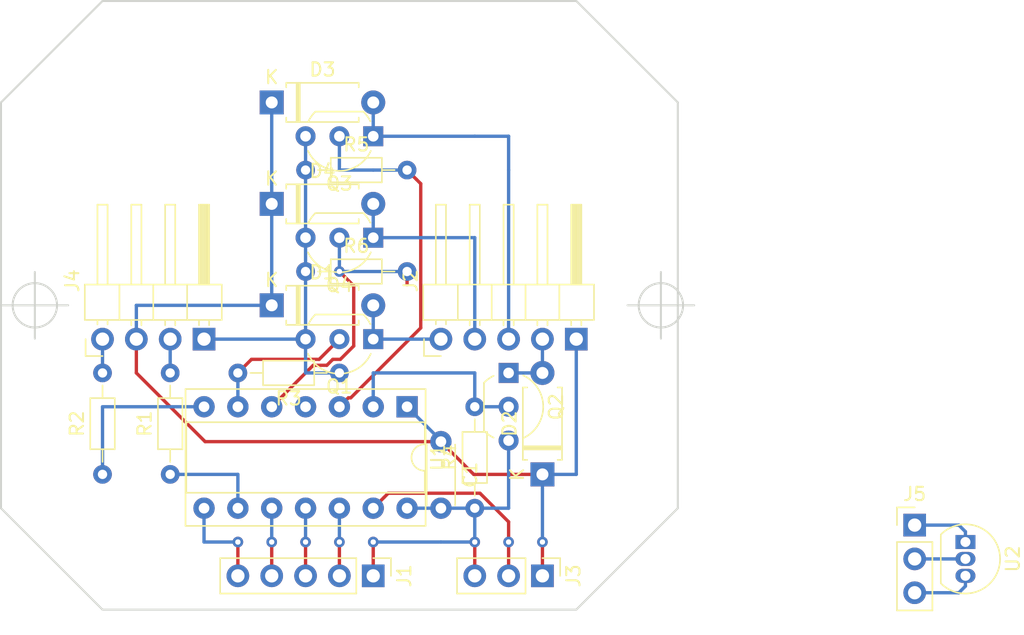
<source format=kicad_pcb>
(kicad_pcb (version 20171130) (host pcbnew 5.0.2+dfsg1-1)

  (general
    (thickness 1.6)
    (drawings 10)
    (tracks 117)
    (zones 0)
    (modules 22)
    (nets 24)
  )

  (page A4)
  (layers
    (0 F.Cu signal)
    (1 In1.Cu signal)
    (2 In2.Cu signal)
    (31 B.Cu signal)
    (32 B.Adhes user)
    (33 F.Adhes user)
    (34 B.Paste user)
    (35 F.Paste user)
    (36 B.SilkS user)
    (37 F.SilkS user)
    (38 B.Mask user)
    (39 F.Mask user)
    (40 Dwgs.User user)
    (41 Cmts.User user)
    (42 Eco1.User user)
    (43 Eco2.User user)
    (44 Edge.Cuts user)
    (45 Margin user)
    (46 B.CrtYd user)
    (47 F.CrtYd user)
    (48 B.Fab user)
    (49 F.Fab user)
  )

  (setup
    (last_trace_width 0.25)
    (trace_clearance 0.2)
    (zone_clearance 0.508)
    (zone_45_only no)
    (trace_min 0.2)
    (segment_width 0.2)
    (edge_width 0.15)
    (via_size 0.8)
    (via_drill 0.4)
    (via_min_size 0.4)
    (via_min_drill 0.3)
    (uvia_size 0.3)
    (uvia_drill 0.1)
    (uvias_allowed no)
    (uvia_min_size 0.2)
    (uvia_min_drill 0.1)
    (pcb_text_width 0.3)
    (pcb_text_size 1.5 1.5)
    (mod_edge_width 0.15)
    (mod_text_size 1 1)
    (mod_text_width 0.15)
    (pad_size 1.524 1.524)
    (pad_drill 0.762)
    (pad_to_mask_clearance 0.051)
    (solder_mask_min_width 0.25)
    (aux_axis_origin 0 0)
    (visible_elements 7FFFFFFF)
    (pcbplotparams
      (layerselection 0x010fc_ffffffff)
      (usegerberextensions false)
      (usegerberattributes false)
      (usegerberadvancedattributes false)
      (creategerberjobfile false)
      (excludeedgelayer true)
      (linewidth 0.100000)
      (plotframeref false)
      (viasonmask false)
      (mode 1)
      (useauxorigin false)
      (hpglpennumber 1)
      (hpglpenspeed 20)
      (hpglpendiameter 15.000000)
      (psnegative false)
      (psa4output false)
      (plotreference true)
      (plotvalue true)
      (plotinvisibletext false)
      (padsonsilk false)
      (subtractmaskfromsilk false)
      (outputformat 1)
      (mirror false)
      (drillshape 1)
      (scaleselection 1)
      (outputdirectory ""))
  )

  (net 0 "")
  (net 1 /SDA)
  (net 2 "Net-(J4-Pad4)")
  (net 3 "Net-(J4-Pad2)")
  (net 4 /SCL)
  (net 5 GND)
  (net 6 /shades_1_act_dn)
  (net 7 /shades_0_act_dn)
  (net 8 /shades_1_act_up)
  (net 9 /shades_0_act_up)
  (net 10 "Net-(D1-Pad2)")
  (net 11 "Net-(D3-Pad2)")
  (net 12 "Net-(D4-Pad2)")
  (net 13 "Net-(J5-Pad1)")
  (net 14 "Net-(J5-Pad3)")
  (net 15 "Net-(J5-Pad2)")
  (net 16 "Net-(D2-Pad2)")
  (net 17 +5V)
  (net 18 /temp)
  (net 19 /shades_1_btn_up)
  (net 20 /shades_1_btn_dn)
  (net 21 "Net-(U1-Pad4)")
  (net 22 /shades_0_btn_dn)
  (net 23 /shades_0_btn_up)

  (net_class Default "This is the default net class."
    (clearance 0.2)
    (trace_width 0.25)
    (via_dia 0.8)
    (via_drill 0.4)
    (uvia_dia 0.3)
    (uvia_drill 0.1)
    (add_net +5V)
    (add_net /SCL)
    (add_net /SDA)
    (add_net /shades_0_act_dn)
    (add_net /shades_0_act_up)
    (add_net /shades_0_btn_dn)
    (add_net /shades_0_btn_up)
    (add_net /shades_1_act_dn)
    (add_net /shades_1_act_up)
    (add_net /shades_1_btn_dn)
    (add_net /shades_1_btn_up)
    (add_net /temp)
    (add_net GND)
    (add_net "Net-(D1-Pad2)")
    (add_net "Net-(D2-Pad2)")
    (add_net "Net-(D3-Pad2)")
    (add_net "Net-(D4-Pad2)")
    (add_net "Net-(J4-Pad2)")
    (add_net "Net-(J4-Pad4)")
    (add_net "Net-(J5-Pad1)")
    (add_net "Net-(J5-Pad2)")
    (add_net "Net-(J5-Pad3)")
    (add_net "Net-(U1-Pad4)")
  )

  (module Package_TO_SOT_THT:TO-92_Inline_Wide (layer F.Cu) (tedit 5A02FF81) (tstamp 5DA93997)
    (at 53.34 96.52 180)
    (descr "TO-92 leads in-line, wide, drill 0.75mm (see NXP sot054_po.pdf)")
    (tags "to-92 sc-43 sc-43a sot54 PA33 transistor")
    (path /5D341977)
    (fp_text reference Q4 (at 2.54 -3.56 180) (layer F.SilkS)
      (effects (font (size 1 1) (thickness 0.15)))
    )
    (fp_text value BS170 (at 2.54 2.79 180) (layer F.Fab)
      (effects (font (size 1 1) (thickness 0.15)))
    )
    (fp_arc (start 2.54 0) (end 4.34 1.85) (angle -20) (layer F.SilkS) (width 0.12))
    (fp_arc (start 2.54 0) (end 2.54 -2.48) (angle -135) (layer F.Fab) (width 0.1))
    (fp_arc (start 2.54 0) (end 2.54 -2.48) (angle 135) (layer F.Fab) (width 0.1))
    (fp_arc (start 2.54 0) (end 2.54 -2.6) (angle 65) (layer F.SilkS) (width 0.12))
    (fp_arc (start 2.54 0) (end 2.54 -2.6) (angle -65) (layer F.SilkS) (width 0.12))
    (fp_arc (start 2.54 0) (end 0.74 1.85) (angle 20) (layer F.SilkS) (width 0.12))
    (fp_line (start 6.09 2.01) (end -1.01 2.01) (layer F.CrtYd) (width 0.05))
    (fp_line (start 6.09 2.01) (end 6.09 -2.73) (layer F.CrtYd) (width 0.05))
    (fp_line (start -1.01 -2.73) (end -1.01 2.01) (layer F.CrtYd) (width 0.05))
    (fp_line (start -1.01 -2.73) (end 6.09 -2.73) (layer F.CrtYd) (width 0.05))
    (fp_line (start 0.8 1.75) (end 4.3 1.75) (layer F.Fab) (width 0.1))
    (fp_line (start 0.74 1.85) (end 4.34 1.85) (layer F.SilkS) (width 0.12))
    (fp_text user %R (at 2.54 -3.56 180) (layer F.Fab)
      (effects (font (size 1 1) (thickness 0.15)))
    )
    (pad 1 thru_hole rect (at 0 0 270) (size 1.5 1.5) (drill 0.8) (layers *.Cu *.Mask)
      (net 12 "Net-(D4-Pad2)"))
    (pad 3 thru_hole circle (at 5.08 0 270) (size 1.5 1.5) (drill 0.8) (layers *.Cu *.Mask)
      (net 5 GND))
    (pad 2 thru_hole circle (at 2.54 0 270) (size 1.5 1.5) (drill 0.8) (layers *.Cu *.Mask)
      (net 8 /shades_1_act_up))
    (model ${KISYS3DMOD}/Package_TO_SOT_THT.3dshapes/TO-92_Inline_Wide.wrl
      (at (xyz 0 0 0))
      (scale (xyz 1 1 1))
      (rotate (xyz 0 0 0))
    )
  )

  (module Package_TO_SOT_THT:TO-92_Inline_Wide (layer F.Cu) (tedit 5A02FF81) (tstamp 5DA9395E)
    (at 63.5 106.68 270)
    (descr "TO-92 leads in-line, wide, drill 0.75mm (see NXP sot054_po.pdf)")
    (tags "to-92 sc-43 sc-43a sot54 PA33 transistor")
    (path /5D34194E)
    (fp_text reference Q2 (at 2.54 -3.56 270) (layer F.SilkS)
      (effects (font (size 1 1) (thickness 0.15)))
    )
    (fp_text value BS170 (at 2.54 2.79 270) (layer F.Fab)
      (effects (font (size 1 1) (thickness 0.15)))
    )
    (fp_arc (start 2.54 0) (end 4.34 1.85) (angle -20) (layer F.SilkS) (width 0.12))
    (fp_arc (start 2.54 0) (end 2.54 -2.48) (angle -135) (layer F.Fab) (width 0.1))
    (fp_arc (start 2.54 0) (end 2.54 -2.48) (angle 135) (layer F.Fab) (width 0.1))
    (fp_arc (start 2.54 0) (end 2.54 -2.6) (angle 65) (layer F.SilkS) (width 0.12))
    (fp_arc (start 2.54 0) (end 2.54 -2.6) (angle -65) (layer F.SilkS) (width 0.12))
    (fp_arc (start 2.54 0) (end 0.74 1.85) (angle 20) (layer F.SilkS) (width 0.12))
    (fp_line (start 6.09 2.01) (end -1.01 2.01) (layer F.CrtYd) (width 0.05))
    (fp_line (start 6.09 2.01) (end 6.09 -2.73) (layer F.CrtYd) (width 0.05))
    (fp_line (start -1.01 -2.73) (end -1.01 2.01) (layer F.CrtYd) (width 0.05))
    (fp_line (start -1.01 -2.73) (end 6.09 -2.73) (layer F.CrtYd) (width 0.05))
    (fp_line (start 0.8 1.75) (end 4.3 1.75) (layer F.Fab) (width 0.1))
    (fp_line (start 0.74 1.85) (end 4.34 1.85) (layer F.SilkS) (width 0.12))
    (fp_text user %R (at 2.54 -3.56 270) (layer F.Fab)
      (effects (font (size 1 1) (thickness 0.15)))
    )
    (pad 1 thru_hole rect (at 0 0) (size 1.5 1.5) (drill 0.8) (layers *.Cu *.Mask)
      (net 16 "Net-(D2-Pad2)"))
    (pad 3 thru_hole circle (at 5.08 0) (size 1.5 1.5) (drill 0.8) (layers *.Cu *.Mask)
      (net 5 GND))
    (pad 2 thru_hole circle (at 2.54 0) (size 1.5 1.5) (drill 0.8) (layers *.Cu *.Mask)
      (net 7 /shades_0_act_dn))
    (model ${KISYS3DMOD}/Package_TO_SOT_THT.3dshapes/TO-92_Inline_Wide.wrl
      (at (xyz 0 0 0))
      (scale (xyz 1 1 1))
      (rotate (xyz 0 0 0))
    )
  )

  (module Package_TO_SOT_THT:TO-92_Inline_Wide (layer F.Cu) (tedit 5A02FF81) (tstamp 5DA9394B)
    (at 53.34 88.9 180)
    (descr "TO-92 leads in-line, wide, drill 0.75mm (see NXP sot054_po.pdf)")
    (tags "to-92 sc-43 sc-43a sot54 PA33 transistor")
    (path /5D3414A8)
    (fp_text reference Q3 (at 2.54 -3.56 180) (layer F.SilkS)
      (effects (font (size 1 1) (thickness 0.15)))
    )
    (fp_text value BS170 (at 2.54 2.79 180) (layer F.Fab)
      (effects (font (size 1 1) (thickness 0.15)))
    )
    (fp_arc (start 2.54 0) (end 4.34 1.85) (angle -20) (layer F.SilkS) (width 0.12))
    (fp_arc (start 2.54 0) (end 2.54 -2.48) (angle -135) (layer F.Fab) (width 0.1))
    (fp_arc (start 2.54 0) (end 2.54 -2.48) (angle 135) (layer F.Fab) (width 0.1))
    (fp_arc (start 2.54 0) (end 2.54 -2.6) (angle 65) (layer F.SilkS) (width 0.12))
    (fp_arc (start 2.54 0) (end 2.54 -2.6) (angle -65) (layer F.SilkS) (width 0.12))
    (fp_arc (start 2.54 0) (end 0.74 1.85) (angle 20) (layer F.SilkS) (width 0.12))
    (fp_line (start 6.09 2.01) (end -1.01 2.01) (layer F.CrtYd) (width 0.05))
    (fp_line (start 6.09 2.01) (end 6.09 -2.73) (layer F.CrtYd) (width 0.05))
    (fp_line (start -1.01 -2.73) (end -1.01 2.01) (layer F.CrtYd) (width 0.05))
    (fp_line (start -1.01 -2.73) (end 6.09 -2.73) (layer F.CrtYd) (width 0.05))
    (fp_line (start 0.8 1.75) (end 4.3 1.75) (layer F.Fab) (width 0.1))
    (fp_line (start 0.74 1.85) (end 4.34 1.85) (layer F.SilkS) (width 0.12))
    (fp_text user %R (at 2.54 -3.56 180) (layer F.Fab)
      (effects (font (size 1 1) (thickness 0.15)))
    )
    (pad 1 thru_hole rect (at 0 0 270) (size 1.5 1.5) (drill 0.8) (layers *.Cu *.Mask)
      (net 11 "Net-(D3-Pad2)"))
    (pad 3 thru_hole circle (at 5.08 0 270) (size 1.5 1.5) (drill 0.8) (layers *.Cu *.Mask)
      (net 5 GND))
    (pad 2 thru_hole circle (at 2.54 0 270) (size 1.5 1.5) (drill 0.8) (layers *.Cu *.Mask)
      (net 9 /shades_0_act_up))
    (model ${KISYS3DMOD}/Package_TO_SOT_THT.3dshapes/TO-92_Inline_Wide.wrl
      (at (xyz 0 0 0))
      (scale (xyz 1 1 1))
      (rotate (xyz 0 0 0))
    )
  )

  (module Package_TO_SOT_THT:TO-92_Inline_Wide (layer F.Cu) (tedit 5A02FF81) (tstamp 5DA92EF4)
    (at 53.34 104.14 180)
    (descr "TO-92 leads in-line, wide, drill 0.75mm (see NXP sot054_po.pdf)")
    (tags "to-92 sc-43 sc-43a sot54 PA33 transistor")
    (path /5D33E083)
    (fp_text reference Q1 (at 2.54 -3.56 180) (layer F.SilkS)
      (effects (font (size 1 1) (thickness 0.15)))
    )
    (fp_text value BS170 (at 2.54 2.79 180) (layer F.Fab)
      (effects (font (size 1 1) (thickness 0.15)))
    )
    (fp_arc (start 2.54 0) (end 4.34 1.85) (angle -20) (layer F.SilkS) (width 0.12))
    (fp_arc (start 2.54 0) (end 2.54 -2.48) (angle -135) (layer F.Fab) (width 0.1))
    (fp_arc (start 2.54 0) (end 2.54 -2.48) (angle 135) (layer F.Fab) (width 0.1))
    (fp_arc (start 2.54 0) (end 2.54 -2.6) (angle 65) (layer F.SilkS) (width 0.12))
    (fp_arc (start 2.54 0) (end 2.54 -2.6) (angle -65) (layer F.SilkS) (width 0.12))
    (fp_arc (start 2.54 0) (end 0.74 1.85) (angle 20) (layer F.SilkS) (width 0.12))
    (fp_line (start 6.09 2.01) (end -1.01 2.01) (layer F.CrtYd) (width 0.05))
    (fp_line (start 6.09 2.01) (end 6.09 -2.73) (layer F.CrtYd) (width 0.05))
    (fp_line (start -1.01 -2.73) (end -1.01 2.01) (layer F.CrtYd) (width 0.05))
    (fp_line (start -1.01 -2.73) (end 6.09 -2.73) (layer F.CrtYd) (width 0.05))
    (fp_line (start 0.8 1.75) (end 4.3 1.75) (layer F.Fab) (width 0.1))
    (fp_line (start 0.74 1.85) (end 4.34 1.85) (layer F.SilkS) (width 0.12))
    (fp_text user %R (at 2.54 -3.56 180) (layer F.Fab)
      (effects (font (size 1 1) (thickness 0.15)))
    )
    (pad 1 thru_hole rect (at 0 0 270) (size 1.5 1.5) (drill 0.8) (layers *.Cu *.Mask)
      (net 10 "Net-(D1-Pad2)"))
    (pad 3 thru_hole circle (at 5.08 0 270) (size 1.5 1.5) (drill 0.8) (layers *.Cu *.Mask)
      (net 5 GND))
    (pad 2 thru_hole circle (at 2.54 0 270) (size 1.5 1.5) (drill 0.8) (layers *.Cu *.Mask)
      (net 6 /shades_1_act_dn))
    (model ${KISYS3DMOD}/Package_TO_SOT_THT.3dshapes/TO-92_Inline_Wide.wrl
      (at (xyz 0 0 0))
      (scale (xyz 1 1 1))
      (rotate (xyz 0 0 0))
    )
  )

  (module Diode_THT:D_A-405_P7.62mm_Horizontal (layer F.Cu) (tedit 5AE50CD5) (tstamp 5DA9253A)
    (at 45.72 101.6)
    (descr "Diode, A-405 series, Axial, Horizontal, pin pitch=7.62mm, , length*diameter=5.2*2.7mm^2, , http://www.diodes.com/_files/packages/A-405.pdf")
    (tags "Diode A-405 series Axial Horizontal pin pitch 7.62mm  length 5.2mm diameter 2.7mm")
    (path /5D33EAC5)
    (fp_text reference D1 (at 3.81 -2.47) (layer F.SilkS)
      (effects (font (size 1 1) (thickness 0.15)))
    )
    (fp_text value D (at 3.81 2.47) (layer F.Fab)
      (effects (font (size 1 1) (thickness 0.15)))
    )
    (fp_text user K (at 0 -1.9) (layer F.SilkS)
      (effects (font (size 1 1) (thickness 0.15)))
    )
    (fp_text user K (at 0 -1.9) (layer F.Fab)
      (effects (font (size 1 1) (thickness 0.15)))
    )
    (fp_text user %R (at 4.2 0) (layer F.Fab)
      (effects (font (size 1 1) (thickness 0.15)))
    )
    (fp_line (start 8.77 -1.6) (end -1.15 -1.6) (layer F.CrtYd) (width 0.05))
    (fp_line (start 8.77 1.6) (end 8.77 -1.6) (layer F.CrtYd) (width 0.05))
    (fp_line (start -1.15 1.6) (end 8.77 1.6) (layer F.CrtYd) (width 0.05))
    (fp_line (start -1.15 -1.6) (end -1.15 1.6) (layer F.CrtYd) (width 0.05))
    (fp_line (start 1.87 -1.47) (end 1.87 1.47) (layer F.SilkS) (width 0.12))
    (fp_line (start 2.11 -1.47) (end 2.11 1.47) (layer F.SilkS) (width 0.12))
    (fp_line (start 1.99 -1.47) (end 1.99 1.47) (layer F.SilkS) (width 0.12))
    (fp_line (start 6.53 1.47) (end 6.53 1.14) (layer F.SilkS) (width 0.12))
    (fp_line (start 1.09 1.47) (end 6.53 1.47) (layer F.SilkS) (width 0.12))
    (fp_line (start 1.09 1.14) (end 1.09 1.47) (layer F.SilkS) (width 0.12))
    (fp_line (start 6.53 -1.47) (end 6.53 -1.14) (layer F.SilkS) (width 0.12))
    (fp_line (start 1.09 -1.47) (end 6.53 -1.47) (layer F.SilkS) (width 0.12))
    (fp_line (start 1.09 -1.14) (end 1.09 -1.47) (layer F.SilkS) (width 0.12))
    (fp_line (start 1.89 -1.35) (end 1.89 1.35) (layer F.Fab) (width 0.1))
    (fp_line (start 2.09 -1.35) (end 2.09 1.35) (layer F.Fab) (width 0.1))
    (fp_line (start 1.99 -1.35) (end 1.99 1.35) (layer F.Fab) (width 0.1))
    (fp_line (start 7.62 0) (end 6.41 0) (layer F.Fab) (width 0.1))
    (fp_line (start 0 0) (end 1.21 0) (layer F.Fab) (width 0.1))
    (fp_line (start 6.41 -1.35) (end 1.21 -1.35) (layer F.Fab) (width 0.1))
    (fp_line (start 6.41 1.35) (end 6.41 -1.35) (layer F.Fab) (width 0.1))
    (fp_line (start 1.21 1.35) (end 6.41 1.35) (layer F.Fab) (width 0.1))
    (fp_line (start 1.21 -1.35) (end 1.21 1.35) (layer F.Fab) (width 0.1))
    (pad 2 thru_hole oval (at 7.62 0) (size 1.8 1.8) (drill 0.9) (layers *.Cu *.Mask)
      (net 10 "Net-(D1-Pad2)"))
    (pad 1 thru_hole rect (at 0 0) (size 1.8 1.8) (drill 0.9) (layers *.Cu *.Mask)
      (net 17 +5V))
    (model ${KISYS3DMOD}/Diode_THT.3dshapes/D_A-405_P7.62mm_Horizontal.wrl
      (at (xyz 0 0 0))
      (scale (xyz 1 1 1))
      (rotate (xyz 0 0 0))
    )
  )

  (module Diode_THT:D_A-405_P7.62mm_Horizontal (layer F.Cu) (tedit 5AE50CD5) (tstamp 5DA9251C)
    (at 66.04 114.3 90)
    (descr "Diode, A-405 series, Axial, Horizontal, pin pitch=7.62mm, , length*diameter=5.2*2.7mm^2, , http://www.diodes.com/_files/packages/A-405.pdf")
    (tags "Diode A-405 series Axial Horizontal pin pitch 7.62mm  length 5.2mm diameter 2.7mm")
    (path /5D341965)
    (fp_text reference D2 (at 3.81 -2.47 90) (layer F.SilkS)
      (effects (font (size 1 1) (thickness 0.15)))
    )
    (fp_text value D (at 3.81 2.47 90) (layer F.Fab)
      (effects (font (size 1 1) (thickness 0.15)))
    )
    (fp_text user K (at 0 -1.9 90) (layer F.SilkS)
      (effects (font (size 1 1) (thickness 0.15)))
    )
    (fp_text user K (at 0 -1.9 90) (layer F.Fab)
      (effects (font (size 1 1) (thickness 0.15)))
    )
    (fp_text user %R (at 4.2 0 90) (layer F.Fab)
      (effects (font (size 1 1) (thickness 0.15)))
    )
    (fp_line (start 8.77 -1.6) (end -1.15 -1.6) (layer F.CrtYd) (width 0.05))
    (fp_line (start 8.77 1.6) (end 8.77 -1.6) (layer F.CrtYd) (width 0.05))
    (fp_line (start -1.15 1.6) (end 8.77 1.6) (layer F.CrtYd) (width 0.05))
    (fp_line (start -1.15 -1.6) (end -1.15 1.6) (layer F.CrtYd) (width 0.05))
    (fp_line (start 1.87 -1.47) (end 1.87 1.47) (layer F.SilkS) (width 0.12))
    (fp_line (start 2.11 -1.47) (end 2.11 1.47) (layer F.SilkS) (width 0.12))
    (fp_line (start 1.99 -1.47) (end 1.99 1.47) (layer F.SilkS) (width 0.12))
    (fp_line (start 6.53 1.47) (end 6.53 1.14) (layer F.SilkS) (width 0.12))
    (fp_line (start 1.09 1.47) (end 6.53 1.47) (layer F.SilkS) (width 0.12))
    (fp_line (start 1.09 1.14) (end 1.09 1.47) (layer F.SilkS) (width 0.12))
    (fp_line (start 6.53 -1.47) (end 6.53 -1.14) (layer F.SilkS) (width 0.12))
    (fp_line (start 1.09 -1.47) (end 6.53 -1.47) (layer F.SilkS) (width 0.12))
    (fp_line (start 1.09 -1.14) (end 1.09 -1.47) (layer F.SilkS) (width 0.12))
    (fp_line (start 1.89 -1.35) (end 1.89 1.35) (layer F.Fab) (width 0.1))
    (fp_line (start 2.09 -1.35) (end 2.09 1.35) (layer F.Fab) (width 0.1))
    (fp_line (start 1.99 -1.35) (end 1.99 1.35) (layer F.Fab) (width 0.1))
    (fp_line (start 7.62 0) (end 6.41 0) (layer F.Fab) (width 0.1))
    (fp_line (start 0 0) (end 1.21 0) (layer F.Fab) (width 0.1))
    (fp_line (start 6.41 -1.35) (end 1.21 -1.35) (layer F.Fab) (width 0.1))
    (fp_line (start 6.41 1.35) (end 6.41 -1.35) (layer F.Fab) (width 0.1))
    (fp_line (start 1.21 1.35) (end 6.41 1.35) (layer F.Fab) (width 0.1))
    (fp_line (start 1.21 -1.35) (end 1.21 1.35) (layer F.Fab) (width 0.1))
    (pad 2 thru_hole oval (at 7.62 0 90) (size 1.8 1.8) (drill 0.9) (layers *.Cu *.Mask)
      (net 16 "Net-(D2-Pad2)"))
    (pad 1 thru_hole rect (at 0 0 90) (size 1.8 1.8) (drill 0.9) (layers *.Cu *.Mask)
      (net 17 +5V))
    (model ${KISYS3DMOD}/Diode_THT.3dshapes/D_A-405_P7.62mm_Horizontal.wrl
      (at (xyz 0 0 0))
      (scale (xyz 1 1 1))
      (rotate (xyz 0 0 0))
    )
  )

  (module Diode_THT:D_A-405_P7.62mm_Horizontal (layer F.Cu) (tedit 5AE50CD5) (tstamp 5DA924FE)
    (at 45.72 86.36)
    (descr "Diode, A-405 series, Axial, Horizontal, pin pitch=7.62mm, , length*diameter=5.2*2.7mm^2, , http://www.diodes.com/_files/packages/A-405.pdf")
    (tags "Diode A-405 series Axial Horizontal pin pitch 7.62mm  length 5.2mm diameter 2.7mm")
    (path /5D3414BF)
    (fp_text reference D3 (at 3.81 -2.47) (layer F.SilkS)
      (effects (font (size 1 1) (thickness 0.15)))
    )
    (fp_text value D (at 3.81 2.47) (layer F.Fab)
      (effects (font (size 1 1) (thickness 0.15)))
    )
    (fp_text user K (at 0 -1.9) (layer F.SilkS)
      (effects (font (size 1 1) (thickness 0.15)))
    )
    (fp_text user K (at 0 -1.9) (layer F.Fab)
      (effects (font (size 1 1) (thickness 0.15)))
    )
    (fp_text user %R (at 4.2 0) (layer F.Fab)
      (effects (font (size 1 1) (thickness 0.15)))
    )
    (fp_line (start 8.77 -1.6) (end -1.15 -1.6) (layer F.CrtYd) (width 0.05))
    (fp_line (start 8.77 1.6) (end 8.77 -1.6) (layer F.CrtYd) (width 0.05))
    (fp_line (start -1.15 1.6) (end 8.77 1.6) (layer F.CrtYd) (width 0.05))
    (fp_line (start -1.15 -1.6) (end -1.15 1.6) (layer F.CrtYd) (width 0.05))
    (fp_line (start 1.87 -1.47) (end 1.87 1.47) (layer F.SilkS) (width 0.12))
    (fp_line (start 2.11 -1.47) (end 2.11 1.47) (layer F.SilkS) (width 0.12))
    (fp_line (start 1.99 -1.47) (end 1.99 1.47) (layer F.SilkS) (width 0.12))
    (fp_line (start 6.53 1.47) (end 6.53 1.14) (layer F.SilkS) (width 0.12))
    (fp_line (start 1.09 1.47) (end 6.53 1.47) (layer F.SilkS) (width 0.12))
    (fp_line (start 1.09 1.14) (end 1.09 1.47) (layer F.SilkS) (width 0.12))
    (fp_line (start 6.53 -1.47) (end 6.53 -1.14) (layer F.SilkS) (width 0.12))
    (fp_line (start 1.09 -1.47) (end 6.53 -1.47) (layer F.SilkS) (width 0.12))
    (fp_line (start 1.09 -1.14) (end 1.09 -1.47) (layer F.SilkS) (width 0.12))
    (fp_line (start 1.89 -1.35) (end 1.89 1.35) (layer F.Fab) (width 0.1))
    (fp_line (start 2.09 -1.35) (end 2.09 1.35) (layer F.Fab) (width 0.1))
    (fp_line (start 1.99 -1.35) (end 1.99 1.35) (layer F.Fab) (width 0.1))
    (fp_line (start 7.62 0) (end 6.41 0) (layer F.Fab) (width 0.1))
    (fp_line (start 0 0) (end 1.21 0) (layer F.Fab) (width 0.1))
    (fp_line (start 6.41 -1.35) (end 1.21 -1.35) (layer F.Fab) (width 0.1))
    (fp_line (start 6.41 1.35) (end 6.41 -1.35) (layer F.Fab) (width 0.1))
    (fp_line (start 1.21 1.35) (end 6.41 1.35) (layer F.Fab) (width 0.1))
    (fp_line (start 1.21 -1.35) (end 1.21 1.35) (layer F.Fab) (width 0.1))
    (pad 2 thru_hole oval (at 7.62 0) (size 1.8 1.8) (drill 0.9) (layers *.Cu *.Mask)
      (net 11 "Net-(D3-Pad2)"))
    (pad 1 thru_hole rect (at 0 0) (size 1.8 1.8) (drill 0.9) (layers *.Cu *.Mask)
      (net 17 +5V))
    (model ${KISYS3DMOD}/Diode_THT.3dshapes/D_A-405_P7.62mm_Horizontal.wrl
      (at (xyz 0 0 0))
      (scale (xyz 1 1 1))
      (rotate (xyz 0 0 0))
    )
  )

  (module Package_DIP:DIP-14_W7.62mm_Socket (layer F.Cu) (tedit 5A02E8C5) (tstamp 5D4BB05F)
    (at 55.88 109.22 270)
    (descr "14-lead though-hole mounted DIP package, row spacing 7.62 mm (300 mils), Socket")
    (tags "THT DIP DIL PDIP 2.54mm 7.62mm 300mil Socket")
    (path /5D33A5D0)
    (fp_text reference U1 (at 3.81 -2.33 270) (layer F.SilkS)
      (effects (font (size 1 1) (thickness 0.15)))
    )
    (fp_text value ATtiny84-20PU (at 3.81 17.57 270) (layer F.Fab)
      (effects (font (size 1 1) (thickness 0.15)))
    )
    (fp_text user %R (at 3.81 7.62 270) (layer F.Fab)
      (effects (font (size 1 1) (thickness 0.15)))
    )
    (fp_line (start 9.15 -1.6) (end -1.55 -1.6) (layer F.CrtYd) (width 0.05))
    (fp_line (start 9.15 16.85) (end 9.15 -1.6) (layer F.CrtYd) (width 0.05))
    (fp_line (start -1.55 16.85) (end 9.15 16.85) (layer F.CrtYd) (width 0.05))
    (fp_line (start -1.55 -1.6) (end -1.55 16.85) (layer F.CrtYd) (width 0.05))
    (fp_line (start 8.95 -1.39) (end -1.33 -1.39) (layer F.SilkS) (width 0.12))
    (fp_line (start 8.95 16.63) (end 8.95 -1.39) (layer F.SilkS) (width 0.12))
    (fp_line (start -1.33 16.63) (end 8.95 16.63) (layer F.SilkS) (width 0.12))
    (fp_line (start -1.33 -1.39) (end -1.33 16.63) (layer F.SilkS) (width 0.12))
    (fp_line (start 6.46 -1.33) (end 4.81 -1.33) (layer F.SilkS) (width 0.12))
    (fp_line (start 6.46 16.57) (end 6.46 -1.33) (layer F.SilkS) (width 0.12))
    (fp_line (start 1.16 16.57) (end 6.46 16.57) (layer F.SilkS) (width 0.12))
    (fp_line (start 1.16 -1.33) (end 1.16 16.57) (layer F.SilkS) (width 0.12))
    (fp_line (start 2.81 -1.33) (end 1.16 -1.33) (layer F.SilkS) (width 0.12))
    (fp_line (start 8.89 -1.33) (end -1.27 -1.33) (layer F.Fab) (width 0.1))
    (fp_line (start 8.89 16.57) (end 8.89 -1.33) (layer F.Fab) (width 0.1))
    (fp_line (start -1.27 16.57) (end 8.89 16.57) (layer F.Fab) (width 0.1))
    (fp_line (start -1.27 -1.33) (end -1.27 16.57) (layer F.Fab) (width 0.1))
    (fp_line (start 0.635 -0.27) (end 1.635 -1.27) (layer F.Fab) (width 0.1))
    (fp_line (start 0.635 16.51) (end 0.635 -0.27) (layer F.Fab) (width 0.1))
    (fp_line (start 6.985 16.51) (end 0.635 16.51) (layer F.Fab) (width 0.1))
    (fp_line (start 6.985 -1.27) (end 6.985 16.51) (layer F.Fab) (width 0.1))
    (fp_line (start 1.635 -1.27) (end 6.985 -1.27) (layer F.Fab) (width 0.1))
    (fp_arc (start 3.81 -1.33) (end 2.81 -1.33) (angle -180) (layer F.SilkS) (width 0.12))
    (pad 14 thru_hole oval (at 7.62 0 270) (size 1.6 1.6) (drill 0.8) (layers *.Cu *.Mask)
      (net 5 GND))
    (pad 7 thru_hole oval (at 0 15.24 270) (size 1.6 1.6) (drill 0.8) (layers *.Cu *.Mask)
      (net 1 /SDA))
    (pad 13 thru_hole oval (at 7.62 2.54 270) (size 1.6 1.6) (drill 0.8) (layers *.Cu *.Mask)
      (net 18 /temp))
    (pad 6 thru_hole oval (at 0 12.7 270) (size 1.6 1.6) (drill 0.8) (layers *.Cu *.Mask)
      (net 6 /shades_1_act_dn))
    (pad 12 thru_hole oval (at 7.62 5.08 270) (size 1.6 1.6) (drill 0.8) (layers *.Cu *.Mask)
      (net 22 /shades_0_btn_dn))
    (pad 5 thru_hole oval (at 0 10.16 270) (size 1.6 1.6) (drill 0.8) (layers *.Cu *.Mask)
      (net 8 /shades_1_act_up))
    (pad 11 thru_hole oval (at 7.62 7.62 270) (size 1.6 1.6) (drill 0.8) (layers *.Cu *.Mask)
      (net 23 /shades_0_btn_up))
    (pad 4 thru_hole oval (at 0 7.62 270) (size 1.6 1.6) (drill 0.8) (layers *.Cu *.Mask)
      (net 21 "Net-(U1-Pad4)"))
    (pad 10 thru_hole oval (at 7.62 10.16 270) (size 1.6 1.6) (drill 0.8) (layers *.Cu *.Mask)
      (net 19 /shades_1_btn_up))
    (pad 3 thru_hole oval (at 0 5.08 270) (size 1.6 1.6) (drill 0.8) (layers *.Cu *.Mask)
      (net 9 /shades_0_act_up))
    (pad 9 thru_hole oval (at 7.62 12.7 270) (size 1.6 1.6) (drill 0.8) (layers *.Cu *.Mask)
      (net 4 /SCL))
    (pad 2 thru_hole oval (at 0 2.54 270) (size 1.6 1.6) (drill 0.8) (layers *.Cu *.Mask)
      (net 7 /shades_0_act_dn))
    (pad 8 thru_hole oval (at 7.62 15.24 270) (size 1.6 1.6) (drill 0.8) (layers *.Cu *.Mask)
      (net 20 /shades_1_btn_dn))
    (pad 1 thru_hole rect (at 0 0 270) (size 1.6 1.6) (drill 0.8) (layers *.Cu *.Mask)
      (net 17 +5V))
    (model ${KISYS3DMOD}/Package_DIP.3dshapes/DIP-14_W7.62mm_Socket.wrl
      (at (xyz 0 0 0))
      (scale (xyz 1 1 1))
      (rotate (xyz 0 0 0))
    )
  )

  (module home2l:Conn_Home2lBus (layer F.Cu) (tedit 5D90F394) (tstamp 5D9DB884)
    (at 33.02 104.14 90)
    (descr "Through hole angled pin header, 1x04, 2.54mm pitch, 6mm pin length, single row")
    (tags "Through hole angled pin header THT 1x04 2.54mm single row")
    (path /5D916CF2)
    (fp_text reference J4 (at 4.385 -2.27 90) (layer F.SilkS)
      (effects (font (size 1 1) (thickness 0.15)))
    )
    (fp_text value Conn_Home2lBus (at 4.385 9.89 90) (layer F.Fab)
      (effects (font (size 1 1) (thickness 0.15)))
    )
    (fp_text user %R (at 2.77 3.81 180) (layer F.Fab)
      (effects (font (size 1 1) (thickness 0.15)))
    )
    (fp_line (start 22.86 -1.8) (end -1.8 -1.8) (layer F.CrtYd) (width 0.05))
    (fp_line (start 22.86 9.4) (end 22.86 -1.8) (layer F.CrtYd) (width 0.05))
    (fp_line (start -1.8 9.4) (end 22.86 9.4) (layer F.CrtYd) (width 0.05))
    (fp_line (start -1.8 -1.8) (end -1.8 9.4) (layer F.CrtYd) (width 0.05))
    (fp_line (start -1.27 -1.27) (end 0 -1.27) (layer F.SilkS) (width 0.12))
    (fp_line (start -1.27 0) (end -1.27 -1.27) (layer F.SilkS) (width 0.12))
    (fp_line (start 1.042929 8) (end 1.44 8) (layer F.SilkS) (width 0.12))
    (fp_line (start 1.042929 7.24) (end 1.44 7.24) (layer F.SilkS) (width 0.12))
    (fp_line (start 10.1 5.46) (end 4.1 5.46) (layer F.SilkS) (width 0.12))
    (fp_line (start 10.1 4.7) (end 10.1 5.46) (layer F.SilkS) (width 0.12))
    (fp_line (start 4.1 4.7) (end 10.1 4.7) (layer F.SilkS) (width 0.12))
    (fp_line (start 1.44 6.35) (end 4.1 6.35) (layer F.SilkS) (width 0.12))
    (fp_line (start 1.042929 5.46) (end 1.44 5.46) (layer F.SilkS) (width 0.12))
    (fp_line (start 1.042929 4.7) (end 1.44 4.7) (layer F.SilkS) (width 0.12))
    (fp_line (start 10.1 2.92) (end 4.1 2.92) (layer F.SilkS) (width 0.12))
    (fp_line (start 10.1 2.16) (end 10.1 2.92) (layer F.SilkS) (width 0.12))
    (fp_line (start 4.1 2.16) (end 10.1 2.16) (layer F.SilkS) (width 0.12))
    (fp_line (start 1.44 3.81) (end 4.1 3.81) (layer F.SilkS) (width 0.12))
    (fp_line (start 1.042929 2.92) (end 1.44 2.92) (layer F.SilkS) (width 0.12))
    (fp_line (start 1.042929 2.16) (end 1.44 2.16) (layer F.SilkS) (width 0.12))
    (fp_line (start 10.1 0.38) (end 4.1 0.38) (layer F.SilkS) (width 0.12))
    (fp_line (start 10.1 -0.38) (end 10.1 0.38) (layer F.SilkS) (width 0.12))
    (fp_line (start 4.1 -0.38) (end 10.1 -0.38) (layer F.SilkS) (width 0.12))
    (fp_line (start 1.44 1.27) (end 4.1 1.27) (layer F.SilkS) (width 0.12))
    (fp_line (start 1.11 0.38) (end 1.44 0.38) (layer F.SilkS) (width 0.12))
    (fp_line (start 1.11 -0.38) (end 1.44 -0.38) (layer F.SilkS) (width 0.12))
    (fp_line (start 4.1 7.9) (end 10.1 7.9) (layer F.SilkS) (width 0.12))
    (fp_line (start 4.1 7.78) (end 10.1 7.78) (layer F.SilkS) (width 0.12))
    (fp_line (start 4.1 7.66) (end 10.1 7.66) (layer F.SilkS) (width 0.12))
    (fp_line (start 4.1 7.54) (end 10.1 7.54) (layer F.SilkS) (width 0.12))
    (fp_line (start 4.1 7.42) (end 10.1 7.42) (layer F.SilkS) (width 0.12))
    (fp_line (start 4.1 7.3) (end 10.1 7.3) (layer F.SilkS) (width 0.12))
    (fp_line (start 10.1 8) (end 4.1 8) (layer F.SilkS) (width 0.12))
    (fp_line (start 10.1 7.24) (end 10.1 8) (layer F.SilkS) (width 0.12))
    (fp_line (start 4.1 7.24) (end 10.1 7.24) (layer F.SilkS) (width 0.12))
    (fp_line (start 4.1 -1.33) (end 1.44 -1.33) (layer F.SilkS) (width 0.12))
    (fp_line (start 4.1 8.95) (end 4.1 -1.33) (layer F.SilkS) (width 0.12))
    (fp_line (start 1.44 8.95) (end 4.1 8.95) (layer F.SilkS) (width 0.12))
    (fp_line (start 1.44 -1.33) (end 1.44 8.95) (layer F.SilkS) (width 0.12))
    (fp_line (start 4.04 5.4) (end 10.04 5.4) (layer F.Fab) (width 0.1))
    (fp_line (start 10.04 4.76) (end 10.04 5.4) (layer F.Fab) (width 0.1))
    (fp_line (start 4.04 4.76) (end 10.04 4.76) (layer F.Fab) (width 0.1))
    (fp_line (start -0.32 7.94) (end 1.5 7.94) (layer F.Fab) (width 0.1))
    (fp_line (start -0.32 7.3) (end -0.32 7.94) (layer F.Fab) (width 0.1))
    (fp_line (start -0.32 7.3) (end 1.5 7.3) (layer F.Fab) (width 0.1))
    (fp_line (start 4.04 2.86) (end 10.04 2.86) (layer F.Fab) (width 0.1))
    (fp_line (start 10.04 2.22) (end 10.04 2.86) (layer F.Fab) (width 0.1))
    (fp_line (start 4.04 2.22) (end 10.04 2.22) (layer F.Fab) (width 0.1))
    (fp_line (start -0.32 5.4) (end 1.5 5.4) (layer F.Fab) (width 0.1))
    (fp_line (start -0.32 4.76) (end -0.32 5.4) (layer F.Fab) (width 0.1))
    (fp_line (start -0.32 4.76) (end 1.5 4.76) (layer F.Fab) (width 0.1))
    (fp_line (start 4.04 0.32) (end 10.04 0.32) (layer F.Fab) (width 0.1))
    (fp_line (start 10.04 -0.32) (end 10.04 0.32) (layer F.Fab) (width 0.1))
    (fp_line (start 4.04 -0.32) (end 10.04 -0.32) (layer F.Fab) (width 0.1))
    (fp_line (start -0.32 2.86) (end 1.5 2.86) (layer F.Fab) (width 0.1))
    (fp_line (start -0.32 2.22) (end -0.32 2.86) (layer F.Fab) (width 0.1))
    (fp_line (start -0.32 2.22) (end 1.5 2.22) (layer F.Fab) (width 0.1))
    (fp_line (start 4.04 7.94) (end 10.04 7.94) (layer F.Fab) (width 0.1))
    (fp_line (start 10.04 7.3) (end 10.04 7.94) (layer F.Fab) (width 0.1))
    (fp_line (start 4.04 7.3) (end 10.04 7.3) (layer F.Fab) (width 0.1))
    (fp_line (start -0.32 0.32) (end 1.5 0.32) (layer F.Fab) (width 0.1))
    (fp_line (start -0.32 -0.32) (end -0.32 0.32) (layer F.Fab) (width 0.1))
    (fp_line (start -0.32 -0.32) (end 1.5 -0.32) (layer F.Fab) (width 0.1))
    (fp_line (start 1.5 -0.635) (end 2.135 -1.27) (layer F.Fab) (width 0.1))
    (fp_line (start 1.5 8.89) (end 1.5 -0.635) (layer F.Fab) (width 0.1))
    (fp_line (start 4.04 8.89) (end 1.5 8.89) (layer F.Fab) (width 0.1))
    (fp_line (start 4.04 -1.27) (end 4.04 8.89) (layer F.Fab) (width 0.1))
    (fp_line (start 2.135 -1.27) (end 4.04 -1.27) (layer F.Fab) (width 0.1))
    (pad 4 thru_hole oval (at 0 0 270) (size 1.7 1.7) (drill 1) (layers *.Cu *.Mask)
      (net 2 "Net-(J4-Pad4)"))
    (pad 3 thru_hole oval (at 0 2.54 270) (size 1.7 1.7) (drill 1) (layers *.Cu *.Mask)
      (net 17 +5V))
    (pad 2 thru_hole oval (at 0 5.08 270) (size 1.7 1.7) (drill 1) (layers *.Cu *.Mask)
      (net 3 "Net-(J4-Pad2)"))
    (pad 1 thru_hole rect (at 0 7.62 270) (size 1.7 1.7) (drill 1) (layers *.Cu *.Mask)
      (net 5 GND))
    (model ${KISYS3DMOD}/Connector_PinHeader_2.54mm.3dshapes/PinHeader_1x04_P2.54mm_Horizontal.wrl
      (at (xyz 0 0 0))
      (scale (xyz 1 1 1))
      (rotate (xyz 0 0 0))
    )
  )

  (module home2l:Conn_TwoShades (layer F.Cu) (tedit 5D91055B) (tstamp 5D9DBFD7)
    (at 58.42 104.14 90)
    (descr "Through hole angled pin header, 1x05, 2.54mm pitch, 6mm pin length, single row")
    (tags "Through hole angled pin header THT 1x05 2.54mm single row")
    (path /5D919092)
    (fp_text reference J2 (at 4.385 -2.27 90) (layer F.SilkS)
      (effects (font (size 1 1) (thickness 0.15)))
    )
    (fp_text value Conn_TwoShades (at 4.385 12.43 90) (layer F.Fab)
      (effects (font (size 1 1) (thickness 0.15)))
    )
    (fp_text user %R (at 2.77 5.08 180) (layer F.Fab)
      (effects (font (size 1 1) (thickness 0.15)))
    )
    (fp_line (start 22.86 -1.8) (end -1.8 -1.8) (layer F.CrtYd) (width 0.05))
    (fp_line (start 22.86 11.95) (end 22.86 -1.8) (layer F.CrtYd) (width 0.05))
    (fp_line (start -1.8 11.95) (end 22.86 11.95) (layer F.CrtYd) (width 0.05))
    (fp_line (start -1.8 -1.8) (end -1.8 11.95) (layer F.CrtYd) (width 0.05))
    (fp_line (start -1.27 -1.27) (end 0 -1.27) (layer F.SilkS) (width 0.12))
    (fp_line (start -1.27 0) (end -1.27 -1.27) (layer F.SilkS) (width 0.12))
    (fp_line (start 1.042929 10.54) (end 1.44 10.54) (layer F.SilkS) (width 0.12))
    (fp_line (start 1.042929 9.78) (end 1.44 9.78) (layer F.SilkS) (width 0.12))
    (fp_line (start 10.1 0.38) (end 4.1 0.38) (layer F.SilkS) (width 0.12))
    (fp_line (start 10.1 -0.38) (end 10.1 0.38) (layer F.SilkS) (width 0.12))
    (fp_line (start 4.1 -0.38) (end 10.1 -0.38) (layer F.SilkS) (width 0.12))
    (fp_line (start 1.44 8.89) (end 4.1 8.89) (layer F.SilkS) (width 0.12))
    (fp_line (start 1.042929 8) (end 1.44 8) (layer F.SilkS) (width 0.12))
    (fp_line (start 1.042929 7.24) (end 1.44 7.24) (layer F.SilkS) (width 0.12))
    (fp_line (start 10.1 8) (end 4.1 8) (layer F.SilkS) (width 0.12))
    (fp_line (start 10.1 7.24) (end 10.1 8) (layer F.SilkS) (width 0.12))
    (fp_line (start 4.1 7.24) (end 10.1 7.24) (layer F.SilkS) (width 0.12))
    (fp_line (start 1.44 6.35) (end 4.1 6.35) (layer F.SilkS) (width 0.12))
    (fp_line (start 1.042929 5.46) (end 1.44 5.46) (layer F.SilkS) (width 0.12))
    (fp_line (start 1.042929 4.7) (end 1.44 4.7) (layer F.SilkS) (width 0.12))
    (fp_line (start 10.1 5.46) (end 4.1 5.46) (layer F.SilkS) (width 0.12))
    (fp_line (start 10.1 4.7) (end 10.1 5.46) (layer F.SilkS) (width 0.12))
    (fp_line (start 4.1 4.7) (end 10.1 4.7) (layer F.SilkS) (width 0.12))
    (fp_line (start 1.44 3.81) (end 4.1 3.81) (layer F.SilkS) (width 0.12))
    (fp_line (start 1.042929 2.92) (end 1.44 2.92) (layer F.SilkS) (width 0.12))
    (fp_line (start 1.042929 2.16) (end 1.44 2.16) (layer F.SilkS) (width 0.12))
    (fp_line (start 10.1 2.92) (end 4.1 2.92) (layer F.SilkS) (width 0.12))
    (fp_line (start 10.1 2.16) (end 10.1 2.92) (layer F.SilkS) (width 0.12))
    (fp_line (start 4.1 2.16) (end 10.1 2.16) (layer F.SilkS) (width 0.12))
    (fp_line (start 1.44 1.27) (end 4.1 1.27) (layer F.SilkS) (width 0.12))
    (fp_line (start 1.11 0.38) (end 1.44 0.38) (layer F.SilkS) (width 0.12))
    (fp_line (start 1.11 -0.38) (end 1.44 -0.38) (layer F.SilkS) (width 0.12))
    (fp_line (start 4.1 10.44) (end 10.1 10.44) (layer F.SilkS) (width 0.12))
    (fp_line (start 4.1 10.32) (end 10.1 10.32) (layer F.SilkS) (width 0.12))
    (fp_line (start 4.1 10.2) (end 10.1 10.2) (layer F.SilkS) (width 0.12))
    (fp_line (start 4.1 10.08) (end 10.1 10.08) (layer F.SilkS) (width 0.12))
    (fp_line (start 4.1 9.96) (end 10.1 9.96) (layer F.SilkS) (width 0.12))
    (fp_line (start 4.1 9.84) (end 10.1 9.84) (layer F.SilkS) (width 0.12))
    (fp_line (start 10.1 10.54) (end 4.1 10.54) (layer F.SilkS) (width 0.12))
    (fp_line (start 10.1 9.78) (end 10.1 10.54) (layer F.SilkS) (width 0.12))
    (fp_line (start 4.1 9.78) (end 10.1 9.78) (layer F.SilkS) (width 0.12))
    (fp_line (start 4.1 -1.33) (end 1.44 -1.33) (layer F.SilkS) (width 0.12))
    (fp_line (start 4.1 11.49) (end 4.1 -1.33) (layer F.SilkS) (width 0.12))
    (fp_line (start 1.44 11.49) (end 4.1 11.49) (layer F.SilkS) (width 0.12))
    (fp_line (start 1.44 -1.33) (end 1.44 11.49) (layer F.SilkS) (width 0.12))
    (fp_line (start 4.04 0.32) (end 10.04 0.32) (layer F.Fab) (width 0.1))
    (fp_line (start 10.04 -0.32) (end 10.04 0.32) (layer F.Fab) (width 0.1))
    (fp_line (start 4.04 -0.32) (end 10.04 -0.32) (layer F.Fab) (width 0.1))
    (fp_line (start -0.32 10.48) (end 1.5 10.48) (layer F.Fab) (width 0.1))
    (fp_line (start -0.32 9.84) (end -0.32 10.48) (layer F.Fab) (width 0.1))
    (fp_line (start -0.32 9.84) (end 1.5 9.84) (layer F.Fab) (width 0.1))
    (fp_line (start 4.04 7.94) (end 10.04 7.94) (layer F.Fab) (width 0.1))
    (fp_line (start 10.04 7.3) (end 10.04 7.94) (layer F.Fab) (width 0.1))
    (fp_line (start 4.04 7.3) (end 10.04 7.3) (layer F.Fab) (width 0.1))
    (fp_line (start -0.32 7.94) (end 1.5 7.94) (layer F.Fab) (width 0.1))
    (fp_line (start -0.32 7.3) (end -0.32 7.94) (layer F.Fab) (width 0.1))
    (fp_line (start -0.32 7.3) (end 1.5 7.3) (layer F.Fab) (width 0.1))
    (fp_line (start 4.04 5.4) (end 10.04 5.4) (layer F.Fab) (width 0.1))
    (fp_line (start 10.04 4.76) (end 10.04 5.4) (layer F.Fab) (width 0.1))
    (fp_line (start 4.04 4.76) (end 10.04 4.76) (layer F.Fab) (width 0.1))
    (fp_line (start -0.32 5.4) (end 1.5 5.4) (layer F.Fab) (width 0.1))
    (fp_line (start -0.32 4.76) (end -0.32 5.4) (layer F.Fab) (width 0.1))
    (fp_line (start -0.32 4.76) (end 1.5 4.76) (layer F.Fab) (width 0.1))
    (fp_line (start 4.04 2.86) (end 10.04 2.86) (layer F.Fab) (width 0.1))
    (fp_line (start 10.04 2.22) (end 10.04 2.86) (layer F.Fab) (width 0.1))
    (fp_line (start 4.04 2.22) (end 10.04 2.22) (layer F.Fab) (width 0.1))
    (fp_line (start -0.32 2.86) (end 1.5 2.86) (layer F.Fab) (width 0.1))
    (fp_line (start -0.32 2.22) (end -0.32 2.86) (layer F.Fab) (width 0.1))
    (fp_line (start -0.32 2.22) (end 1.5 2.22) (layer F.Fab) (width 0.1))
    (fp_line (start 4.04 10.48) (end 10.04 10.48) (layer F.Fab) (width 0.1))
    (fp_line (start 10.04 9.84) (end 10.04 10.48) (layer F.Fab) (width 0.1))
    (fp_line (start 4.04 9.84) (end 10.04 9.84) (layer F.Fab) (width 0.1))
    (fp_line (start -0.32 0.32) (end 1.5 0.32) (layer F.Fab) (width 0.1))
    (fp_line (start -0.32 -0.32) (end -0.32 0.32) (layer F.Fab) (width 0.1))
    (fp_line (start -0.32 -0.32) (end 1.5 -0.32) (layer F.Fab) (width 0.1))
    (fp_line (start 1.5 -0.635) (end 2.135 -1.27) (layer F.Fab) (width 0.1))
    (fp_line (start 1.5 11.43) (end 1.5 -0.635) (layer F.Fab) (width 0.1))
    (fp_line (start 4.04 11.43) (end 1.5 11.43) (layer F.Fab) (width 0.1))
    (fp_line (start 4.04 -1.27) (end 4.04 11.43) (layer F.Fab) (width 0.1))
    (fp_line (start 2.135 -1.27) (end 4.04 -1.27) (layer F.Fab) (width 0.1))
    (pad 5 thru_hole oval (at 0 0 90) (size 1.7 1.7) (drill 1) (layers *.Cu *.Mask)
      (net 10 "Net-(D1-Pad2)"))
    (pad 4 thru_hole oval (at 0 2.54 90) (size 1.7 1.7) (drill 1) (layers *.Cu *.Mask)
      (net 12 "Net-(D4-Pad2)"))
    (pad 3 thru_hole oval (at 0 5.08 90) (size 1.7 1.7) (drill 1) (layers *.Cu *.Mask)
      (net 11 "Net-(D3-Pad2)"))
    (pad 2 thru_hole oval (at 0 7.62 90) (size 1.7 1.7) (drill 1) (layers *.Cu *.Mask)
      (net 16 "Net-(D2-Pad2)"))
    (pad 1 thru_hole rect (at 0 10.16 90) (size 1.7 1.7) (drill 1) (layers *.Cu *.Mask)
      (net 17 +5V))
    (model ${KISYS3DMOD}/Connector_PinHeader_2.54mm.3dshapes/PinHeader_1x05_P2.54mm_Horizontal.wrl
      (at (xyz 0 0 0))
      (scale (xyz 1 1 1))
      (rotate (xyz 0 0 0))
    )
  )

  (module Connector_PinHeader_2.54mm:PinHeader_1x05_P2.54mm_Vertical (layer F.Cu) (tedit 59FED5CC) (tstamp 5D9D8B44)
    (at 53.34 121.92 270)
    (descr "Through hole straight pin header, 1x05, 2.54mm pitch, single row")
    (tags "Through hole pin header THT 1x05 2.54mm single row")
    (path /5D33C789)
    (fp_text reference J1 (at 0 -2.33 270) (layer F.SilkS)
      (effects (font (size 1 1) (thickness 0.15)))
    )
    (fp_text value buttons (at 0 12.49 270) (layer F.Fab)
      (effects (font (size 1 1) (thickness 0.15)))
    )
    (fp_text user %R (at 0 5.08) (layer F.Fab)
      (effects (font (size 1 1) (thickness 0.15)))
    )
    (fp_line (start 1.8 -1.8) (end -1.8 -1.8) (layer F.CrtYd) (width 0.05))
    (fp_line (start 1.8 11.95) (end 1.8 -1.8) (layer F.CrtYd) (width 0.05))
    (fp_line (start -1.8 11.95) (end 1.8 11.95) (layer F.CrtYd) (width 0.05))
    (fp_line (start -1.8 -1.8) (end -1.8 11.95) (layer F.CrtYd) (width 0.05))
    (fp_line (start -1.33 -1.33) (end 0 -1.33) (layer F.SilkS) (width 0.12))
    (fp_line (start -1.33 0) (end -1.33 -1.33) (layer F.SilkS) (width 0.12))
    (fp_line (start -1.33 1.27) (end 1.33 1.27) (layer F.SilkS) (width 0.12))
    (fp_line (start 1.33 1.27) (end 1.33 11.49) (layer F.SilkS) (width 0.12))
    (fp_line (start -1.33 1.27) (end -1.33 11.49) (layer F.SilkS) (width 0.12))
    (fp_line (start -1.33 11.49) (end 1.33 11.49) (layer F.SilkS) (width 0.12))
    (fp_line (start -1.27 -0.635) (end -0.635 -1.27) (layer F.Fab) (width 0.1))
    (fp_line (start -1.27 11.43) (end -1.27 -0.635) (layer F.Fab) (width 0.1))
    (fp_line (start 1.27 11.43) (end -1.27 11.43) (layer F.Fab) (width 0.1))
    (fp_line (start 1.27 -1.27) (end 1.27 11.43) (layer F.Fab) (width 0.1))
    (fp_line (start -0.635 -1.27) (end 1.27 -1.27) (layer F.Fab) (width 0.1))
    (pad 5 thru_hole oval (at 0 10.16 270) (size 1.7 1.7) (drill 1) (layers *.Cu *.Mask)
      (net 20 /shades_1_btn_dn))
    (pad 4 thru_hole oval (at 0 7.62 270) (size 1.7 1.7) (drill 1) (layers *.Cu *.Mask)
      (net 19 /shades_1_btn_up))
    (pad 3 thru_hole oval (at 0 5.08 270) (size 1.7 1.7) (drill 1) (layers *.Cu *.Mask)
      (net 23 /shades_0_btn_up))
    (pad 2 thru_hole oval (at 0 2.54 270) (size 1.7 1.7) (drill 1) (layers *.Cu *.Mask)
      (net 22 /shades_0_btn_dn))
    (pad 1 thru_hole rect (at 0 0 270) (size 1.7 1.7) (drill 1) (layers *.Cu *.Mask)
      (net 5 GND))
    (model ${KISYS3DMOD}/Connector_PinHeader_2.54mm.3dshapes/PinHeader_1x05_P2.54mm_Vertical.wrl
      (at (xyz 0 0 0))
      (scale (xyz 1 1 1))
      (rotate (xyz 0 0 0))
    )
  )

  (module Resistor_THT:R_Axial_DIN0204_L3.6mm_D1.6mm_P7.62mm_Horizontal (layer F.Cu) (tedit 5AE5139B) (tstamp 5D51E4FA)
    (at 38.1 114.3 90)
    (descr "Resistor, Axial_DIN0204 series, Axial, Horizontal, pin pitch=7.62mm, 0.167W, length*diameter=3.6*1.6mm^2, http://cdn-reichelt.de/documents/datenblatt/B400/1_4W%23YAG.pdf")
    (tags "Resistor Axial_DIN0204 series Axial Horizontal pin pitch 7.62mm 0.167W length 3.6mm diameter 1.6mm")
    (path /5D2B4FF4)
    (fp_text reference R1 (at 3.81 -1.92 90) (layer F.SilkS)
      (effects (font (size 1 1) (thickness 0.15)))
    )
    (fp_text value 100 (at 3.81 1.92 90) (layer F.Fab)
      (effects (font (size 1 1) (thickness 0.15)))
    )
    (fp_text user %R (at 3.81 0 90) (layer F.Fab)
      (effects (font (size 0.72 0.72) (thickness 0.108)))
    )
    (fp_line (start 8.57 -1.05) (end -0.95 -1.05) (layer F.CrtYd) (width 0.05))
    (fp_line (start 8.57 1.05) (end 8.57 -1.05) (layer F.CrtYd) (width 0.05))
    (fp_line (start -0.95 1.05) (end 8.57 1.05) (layer F.CrtYd) (width 0.05))
    (fp_line (start -0.95 -1.05) (end -0.95 1.05) (layer F.CrtYd) (width 0.05))
    (fp_line (start 6.68 0) (end 5.73 0) (layer F.SilkS) (width 0.12))
    (fp_line (start 0.94 0) (end 1.89 0) (layer F.SilkS) (width 0.12))
    (fp_line (start 5.73 -0.92) (end 1.89 -0.92) (layer F.SilkS) (width 0.12))
    (fp_line (start 5.73 0.92) (end 5.73 -0.92) (layer F.SilkS) (width 0.12))
    (fp_line (start 1.89 0.92) (end 5.73 0.92) (layer F.SilkS) (width 0.12))
    (fp_line (start 1.89 -0.92) (end 1.89 0.92) (layer F.SilkS) (width 0.12))
    (fp_line (start 7.62 0) (end 5.61 0) (layer F.Fab) (width 0.1))
    (fp_line (start 0 0) (end 2.01 0) (layer F.Fab) (width 0.1))
    (fp_line (start 5.61 -0.8) (end 2.01 -0.8) (layer F.Fab) (width 0.1))
    (fp_line (start 5.61 0.8) (end 5.61 -0.8) (layer F.Fab) (width 0.1))
    (fp_line (start 2.01 0.8) (end 5.61 0.8) (layer F.Fab) (width 0.1))
    (fp_line (start 2.01 -0.8) (end 2.01 0.8) (layer F.Fab) (width 0.1))
    (pad 2 thru_hole oval (at 7.62 0 90) (size 1.4 1.4) (drill 0.7) (layers *.Cu *.Mask)
      (net 3 "Net-(J4-Pad2)"))
    (pad 1 thru_hole circle (at 0 0 90) (size 1.4 1.4) (drill 0.7) (layers *.Cu *.Mask)
      (net 4 /SCL))
    (model ${KISYS3DMOD}/Resistor_THT.3dshapes/R_Axial_DIN0204_L3.6mm_D1.6mm_P7.62mm_Horizontal.wrl
      (at (xyz 0 0 0))
      (scale (xyz 1 1 1))
      (rotate (xyz 0 0 0))
    )
  )

  (module Resistor_THT:R_Axial_DIN0204_L3.6mm_D1.6mm_P7.62mm_Horizontal (layer F.Cu) (tedit 5AE5139B) (tstamp 5D51E4E4)
    (at 33.02 114.3 90)
    (descr "Resistor, Axial_DIN0204 series, Axial, Horizontal, pin pitch=7.62mm, 0.167W, length*diameter=3.6*1.6mm^2, http://cdn-reichelt.de/documents/datenblatt/B400/1_4W%23YAG.pdf")
    (tags "Resistor Axial_DIN0204 series Axial Horizontal pin pitch 7.62mm 0.167W length 3.6mm diameter 1.6mm")
    (path /5D2B50A9)
    (fp_text reference R2 (at 3.81 -1.92 90) (layer F.SilkS)
      (effects (font (size 1 1) (thickness 0.15)))
    )
    (fp_text value 100 (at 3.81 1.92 90) (layer F.Fab)
      (effects (font (size 1 1) (thickness 0.15)))
    )
    (fp_text user %R (at 3.81 0 90) (layer F.Fab)
      (effects (font (size 0.72 0.72) (thickness 0.108)))
    )
    (fp_line (start 8.57 -1.05) (end -0.95 -1.05) (layer F.CrtYd) (width 0.05))
    (fp_line (start 8.57 1.05) (end 8.57 -1.05) (layer F.CrtYd) (width 0.05))
    (fp_line (start -0.95 1.05) (end 8.57 1.05) (layer F.CrtYd) (width 0.05))
    (fp_line (start -0.95 -1.05) (end -0.95 1.05) (layer F.CrtYd) (width 0.05))
    (fp_line (start 6.68 0) (end 5.73 0) (layer F.SilkS) (width 0.12))
    (fp_line (start 0.94 0) (end 1.89 0) (layer F.SilkS) (width 0.12))
    (fp_line (start 5.73 -0.92) (end 1.89 -0.92) (layer F.SilkS) (width 0.12))
    (fp_line (start 5.73 0.92) (end 5.73 -0.92) (layer F.SilkS) (width 0.12))
    (fp_line (start 1.89 0.92) (end 5.73 0.92) (layer F.SilkS) (width 0.12))
    (fp_line (start 1.89 -0.92) (end 1.89 0.92) (layer F.SilkS) (width 0.12))
    (fp_line (start 7.62 0) (end 5.61 0) (layer F.Fab) (width 0.1))
    (fp_line (start 0 0) (end 2.01 0) (layer F.Fab) (width 0.1))
    (fp_line (start 5.61 -0.8) (end 2.01 -0.8) (layer F.Fab) (width 0.1))
    (fp_line (start 5.61 0.8) (end 5.61 -0.8) (layer F.Fab) (width 0.1))
    (fp_line (start 2.01 0.8) (end 5.61 0.8) (layer F.Fab) (width 0.1))
    (fp_line (start 2.01 -0.8) (end 2.01 0.8) (layer F.Fab) (width 0.1))
    (pad 2 thru_hole oval (at 7.62 0 90) (size 1.4 1.4) (drill 0.7) (layers *.Cu *.Mask)
      (net 2 "Net-(J4-Pad4)"))
    (pad 1 thru_hole circle (at 0 0 90) (size 1.4 1.4) (drill 0.7) (layers *.Cu *.Mask)
      (net 1 /SDA))
    (model ${KISYS3DMOD}/Resistor_THT.3dshapes/R_Axial_DIN0204_L3.6mm_D1.6mm_P7.62mm_Horizontal.wrl
      (at (xyz 0 0 0))
      (scale (xyz 1 1 1))
      (rotate (xyz 0 0 0))
    )
  )

  (module Connector_PinHeader_2.54mm:PinHeader_1x03_P2.54mm_Vertical (layer F.Cu) (tedit 59FED5CC) (tstamp 5D4BDEB9)
    (at 66.04 121.92 270)
    (descr "Through hole straight pin header, 1x03, 2.54mm pitch, single row")
    (tags "Through hole pin header THT 1x03 2.54mm single row")
    (path /5D34A3BC)
    (fp_text reference J3 (at 0 -2.33 270) (layer F.SilkS)
      (effects (font (size 1 1) (thickness 0.15)))
    )
    (fp_text value temp (at 0 7.41 270) (layer F.Fab)
      (effects (font (size 1 1) (thickness 0.15)))
    )
    (fp_text user %R (at 0 2.54) (layer F.Fab)
      (effects (font (size 1 1) (thickness 0.15)))
    )
    (fp_line (start 1.8 -1.8) (end -1.8 -1.8) (layer F.CrtYd) (width 0.05))
    (fp_line (start 1.8 6.85) (end 1.8 -1.8) (layer F.CrtYd) (width 0.05))
    (fp_line (start -1.8 6.85) (end 1.8 6.85) (layer F.CrtYd) (width 0.05))
    (fp_line (start -1.8 -1.8) (end -1.8 6.85) (layer F.CrtYd) (width 0.05))
    (fp_line (start -1.33 -1.33) (end 0 -1.33) (layer F.SilkS) (width 0.12))
    (fp_line (start -1.33 0) (end -1.33 -1.33) (layer F.SilkS) (width 0.12))
    (fp_line (start -1.33 1.27) (end 1.33 1.27) (layer F.SilkS) (width 0.12))
    (fp_line (start 1.33 1.27) (end 1.33 6.41) (layer F.SilkS) (width 0.12))
    (fp_line (start -1.33 1.27) (end -1.33 6.41) (layer F.SilkS) (width 0.12))
    (fp_line (start -1.33 6.41) (end 1.33 6.41) (layer F.SilkS) (width 0.12))
    (fp_line (start -1.27 -0.635) (end -0.635 -1.27) (layer F.Fab) (width 0.1))
    (fp_line (start -1.27 6.35) (end -1.27 -0.635) (layer F.Fab) (width 0.1))
    (fp_line (start 1.27 6.35) (end -1.27 6.35) (layer F.Fab) (width 0.1))
    (fp_line (start 1.27 -1.27) (end 1.27 6.35) (layer F.Fab) (width 0.1))
    (fp_line (start -0.635 -1.27) (end 1.27 -1.27) (layer F.Fab) (width 0.1))
    (pad 3 thru_hole oval (at 0 5.08 270) (size 1.7 1.7) (drill 1) (layers *.Cu *.Mask)
      (net 5 GND))
    (pad 2 thru_hole oval (at 0 2.54 270) (size 1.7 1.7) (drill 1) (layers *.Cu *.Mask)
      (net 18 /temp))
    (pad 1 thru_hole rect (at 0 0 270) (size 1.7 1.7) (drill 1) (layers *.Cu *.Mask)
      (net 17 +5V))
    (model ${KISYS3DMOD}/Connector_PinHeader_2.54mm.3dshapes/PinHeader_1x03_P2.54mm_Vertical.wrl
      (at (xyz 0 0 0))
      (scale (xyz 1 1 1))
      (rotate (xyz 0 0 0))
    )
  )

  (module Connector_PinHeader_2.54mm:PinHeader_1x03_P2.54mm_Vertical (layer F.Cu) (tedit 59FED5CC) (tstamp 5D4B53AA)
    (at 93.98 118.11)
    (descr "Through hole straight pin header, 1x03, 2.54mm pitch, single row")
    (tags "Through hole pin header THT 1x03 2.54mm single row")
    (path /5D34A8E9)
    (fp_text reference J5 (at 0 -2.33) (layer F.SilkS)
      (effects (font (size 1 1) (thickness 0.15)))
    )
    (fp_text value temp_sensor (at 0 7.41) (layer F.Fab)
      (effects (font (size 1 1) (thickness 0.15)))
    )
    (fp_text user %R (at 0 2.54 90) (layer F.Fab)
      (effects (font (size 1 1) (thickness 0.15)))
    )
    (fp_line (start 1.8 -1.8) (end -1.8 -1.8) (layer F.CrtYd) (width 0.05))
    (fp_line (start 1.8 6.85) (end 1.8 -1.8) (layer F.CrtYd) (width 0.05))
    (fp_line (start -1.8 6.85) (end 1.8 6.85) (layer F.CrtYd) (width 0.05))
    (fp_line (start -1.8 -1.8) (end -1.8 6.85) (layer F.CrtYd) (width 0.05))
    (fp_line (start -1.33 -1.33) (end 0 -1.33) (layer F.SilkS) (width 0.12))
    (fp_line (start -1.33 0) (end -1.33 -1.33) (layer F.SilkS) (width 0.12))
    (fp_line (start -1.33 1.27) (end 1.33 1.27) (layer F.SilkS) (width 0.12))
    (fp_line (start 1.33 1.27) (end 1.33 6.41) (layer F.SilkS) (width 0.12))
    (fp_line (start -1.33 1.27) (end -1.33 6.41) (layer F.SilkS) (width 0.12))
    (fp_line (start -1.33 6.41) (end 1.33 6.41) (layer F.SilkS) (width 0.12))
    (fp_line (start -1.27 -0.635) (end -0.635 -1.27) (layer F.Fab) (width 0.1))
    (fp_line (start -1.27 6.35) (end -1.27 -0.635) (layer F.Fab) (width 0.1))
    (fp_line (start 1.27 6.35) (end -1.27 6.35) (layer F.Fab) (width 0.1))
    (fp_line (start 1.27 -1.27) (end 1.27 6.35) (layer F.Fab) (width 0.1))
    (fp_line (start -0.635 -1.27) (end 1.27 -1.27) (layer F.Fab) (width 0.1))
    (pad 3 thru_hole oval (at 0 5.08) (size 1.7 1.7) (drill 1) (layers *.Cu *.Mask)
      (net 14 "Net-(J5-Pad3)"))
    (pad 2 thru_hole oval (at 0 2.54) (size 1.7 1.7) (drill 1) (layers *.Cu *.Mask)
      (net 15 "Net-(J5-Pad2)"))
    (pad 1 thru_hole rect (at 0 0) (size 1.7 1.7) (drill 1) (layers *.Cu *.Mask)
      (net 13 "Net-(J5-Pad1)"))
    (model ${KISYS3DMOD}/Connector_PinHeader_2.54mm.3dshapes/PinHeader_1x03_P2.54mm_Vertical.wrl
      (at (xyz 0 0 0))
      (scale (xyz 1 1 1))
      (rotate (xyz 0 0 0))
    )
  )

  (module Capacitor_THT:C_Disc_D4.3mm_W1.9mm_P5.00mm (layer F.Cu) (tedit 5AE50EF0) (tstamp 5D4BEA55)
    (at 58.42 111.84 270)
    (descr "C, Disc series, Radial, pin pitch=5.00mm, , diameter*width=4.3*1.9mm^2, Capacitor, http://www.vishay.com/docs/45233/krseries.pdf")
    (tags "C Disc series Radial pin pitch 5.00mm  diameter 4.3mm width 1.9mm Capacitor")
    (path /5D2B344D)
    (fp_text reference C1 (at 2.5 -2.2 270) (layer F.SilkS)
      (effects (font (size 1 1) (thickness 0.15)))
    )
    (fp_text value 100nF (at 2.5 2.2 270) (layer F.Fab)
      (effects (font (size 1 1) (thickness 0.15)))
    )
    (fp_text user %R (at 2.5 0 270) (layer F.Fab)
      (effects (font (size 0.86 0.86) (thickness 0.129)))
    )
    (fp_line (start 6.05 -1.2) (end -1.05 -1.2) (layer F.CrtYd) (width 0.05))
    (fp_line (start 6.05 1.2) (end 6.05 -1.2) (layer F.CrtYd) (width 0.05))
    (fp_line (start -1.05 1.2) (end 6.05 1.2) (layer F.CrtYd) (width 0.05))
    (fp_line (start -1.05 -1.2) (end -1.05 1.2) (layer F.CrtYd) (width 0.05))
    (fp_line (start 4.77 1.055) (end 4.77 1.07) (layer F.SilkS) (width 0.12))
    (fp_line (start 4.77 -1.07) (end 4.77 -1.055) (layer F.SilkS) (width 0.12))
    (fp_line (start 0.23 1.055) (end 0.23 1.07) (layer F.SilkS) (width 0.12))
    (fp_line (start 0.23 -1.07) (end 0.23 -1.055) (layer F.SilkS) (width 0.12))
    (fp_line (start 0.23 1.07) (end 4.77 1.07) (layer F.SilkS) (width 0.12))
    (fp_line (start 0.23 -1.07) (end 4.77 -1.07) (layer F.SilkS) (width 0.12))
    (fp_line (start 4.65 -0.95) (end 0.35 -0.95) (layer F.Fab) (width 0.1))
    (fp_line (start 4.65 0.95) (end 4.65 -0.95) (layer F.Fab) (width 0.1))
    (fp_line (start 0.35 0.95) (end 4.65 0.95) (layer F.Fab) (width 0.1))
    (fp_line (start 0.35 -0.95) (end 0.35 0.95) (layer F.Fab) (width 0.1))
    (pad 2 thru_hole circle (at 5 0 270) (size 1.6 1.6) (drill 0.8) (layers *.Cu *.Mask)
      (net 5 GND))
    (pad 1 thru_hole circle (at 0 0 270) (size 1.6 1.6) (drill 0.8) (layers *.Cu *.Mask)
      (net 17 +5V))
    (model ${KISYS3DMOD}/Capacitor_THT.3dshapes/C_Disc_D4.3mm_W1.9mm_P5.00mm.wrl
      (at (xyz 0 0 0))
      (scale (xyz 1 1 1))
      (rotate (xyz 0 0 0))
    )
  )

  (module Diode_THT:D_A-405_P7.62mm_Horizontal (layer F.Cu) (tedit 5AE50CD5) (tstamp 5D401037)
    (at 45.72 93.98)
    (descr "Diode, A-405 series, Axial, Horizontal, pin pitch=7.62mm, , length*diameter=5.2*2.7mm^2, , http://www.diodes.com/_files/packages/A-405.pdf")
    (tags "Diode A-405 series Axial Horizontal pin pitch 7.62mm  length 5.2mm diameter 2.7mm")
    (path /5D34198E)
    (fp_text reference D4 (at 3.81 -2.47) (layer F.SilkS)
      (effects (font (size 1 1) (thickness 0.15)))
    )
    (fp_text value D (at 3.81 2.47) (layer F.Fab)
      (effects (font (size 1 1) (thickness 0.15)))
    )
    (fp_text user K (at 0 -1.9) (layer F.SilkS)
      (effects (font (size 1 1) (thickness 0.15)))
    )
    (fp_text user K (at 0 -1.9) (layer F.Fab)
      (effects (font (size 1 1) (thickness 0.15)))
    )
    (fp_text user %R (at 4.2 0) (layer F.Fab)
      (effects (font (size 1 1) (thickness 0.15)))
    )
    (fp_line (start 8.77 -1.6) (end -1.15 -1.6) (layer F.CrtYd) (width 0.05))
    (fp_line (start 8.77 1.6) (end 8.77 -1.6) (layer F.CrtYd) (width 0.05))
    (fp_line (start -1.15 1.6) (end 8.77 1.6) (layer F.CrtYd) (width 0.05))
    (fp_line (start -1.15 -1.6) (end -1.15 1.6) (layer F.CrtYd) (width 0.05))
    (fp_line (start 1.87 -1.47) (end 1.87 1.47) (layer F.SilkS) (width 0.12))
    (fp_line (start 2.11 -1.47) (end 2.11 1.47) (layer F.SilkS) (width 0.12))
    (fp_line (start 1.99 -1.47) (end 1.99 1.47) (layer F.SilkS) (width 0.12))
    (fp_line (start 6.53 1.47) (end 6.53 1.14) (layer F.SilkS) (width 0.12))
    (fp_line (start 1.09 1.47) (end 6.53 1.47) (layer F.SilkS) (width 0.12))
    (fp_line (start 1.09 1.14) (end 1.09 1.47) (layer F.SilkS) (width 0.12))
    (fp_line (start 6.53 -1.47) (end 6.53 -1.14) (layer F.SilkS) (width 0.12))
    (fp_line (start 1.09 -1.47) (end 6.53 -1.47) (layer F.SilkS) (width 0.12))
    (fp_line (start 1.09 -1.14) (end 1.09 -1.47) (layer F.SilkS) (width 0.12))
    (fp_line (start 1.89 -1.35) (end 1.89 1.35) (layer F.Fab) (width 0.1))
    (fp_line (start 2.09 -1.35) (end 2.09 1.35) (layer F.Fab) (width 0.1))
    (fp_line (start 1.99 -1.35) (end 1.99 1.35) (layer F.Fab) (width 0.1))
    (fp_line (start 7.62 0) (end 6.41 0) (layer F.Fab) (width 0.1))
    (fp_line (start 0 0) (end 1.21 0) (layer F.Fab) (width 0.1))
    (fp_line (start 6.41 -1.35) (end 1.21 -1.35) (layer F.Fab) (width 0.1))
    (fp_line (start 6.41 1.35) (end 6.41 -1.35) (layer F.Fab) (width 0.1))
    (fp_line (start 1.21 1.35) (end 6.41 1.35) (layer F.Fab) (width 0.1))
    (fp_line (start 1.21 -1.35) (end 1.21 1.35) (layer F.Fab) (width 0.1))
    (pad 2 thru_hole oval (at 7.62 0) (size 1.8 1.8) (drill 0.9) (layers *.Cu *.Mask)
      (net 12 "Net-(D4-Pad2)"))
    (pad 1 thru_hole rect (at 0 0) (size 1.8 1.8) (drill 0.9) (layers *.Cu *.Mask)
      (net 17 +5V))
    (model ${KISYS3DMOD}/Diode_THT.3dshapes/D_A-405_P7.62mm_Horizontal.wrl
      (at (xyz 0 0 0))
      (scale (xyz 1 1 1))
      (rotate (xyz 0 0 0))
    )
  )

  (module Package_TO_SOT_THT:TO-92_Inline (layer F.Cu) (tedit 5A1DD157) (tstamp 5D400FDC)
    (at 97.79 119.38 270)
    (descr "TO-92 leads in-line, narrow, oval pads, drill 0.75mm (see NXP sot054_po.pdf)")
    (tags "to-92 sc-43 sc-43a sot54 PA33 transistor")
    (path /5D33C1D8)
    (fp_text reference U2 (at 1.27 -3.56 270) (layer F.SilkS)
      (effects (font (size 1 1) (thickness 0.15)))
    )
    (fp_text value TSIC306-TO92 (at 1.27 2.79 270) (layer F.Fab)
      (effects (font (size 1 1) (thickness 0.15)))
    )
    (fp_arc (start 1.27 0) (end 1.27 -2.6) (angle 135) (layer F.SilkS) (width 0.12))
    (fp_arc (start 1.27 0) (end 1.27 -2.48) (angle -135) (layer F.Fab) (width 0.1))
    (fp_arc (start 1.27 0) (end 1.27 -2.6) (angle -135) (layer F.SilkS) (width 0.12))
    (fp_arc (start 1.27 0) (end 1.27 -2.48) (angle 135) (layer F.Fab) (width 0.1))
    (fp_line (start 4 2.01) (end -1.46 2.01) (layer F.CrtYd) (width 0.05))
    (fp_line (start 4 2.01) (end 4 -2.73) (layer F.CrtYd) (width 0.05))
    (fp_line (start -1.46 -2.73) (end -1.46 2.01) (layer F.CrtYd) (width 0.05))
    (fp_line (start -1.46 -2.73) (end 4 -2.73) (layer F.CrtYd) (width 0.05))
    (fp_line (start -0.5 1.75) (end 3 1.75) (layer F.Fab) (width 0.1))
    (fp_line (start -0.53 1.85) (end 3.07 1.85) (layer F.SilkS) (width 0.12))
    (fp_text user %R (at 1.27 -3.56 270) (layer F.Fab)
      (effects (font (size 1 1) (thickness 0.15)))
    )
    (pad 1 thru_hole rect (at 0 0 270) (size 1.05 1.5) (drill 0.75) (layers *.Cu *.Mask)
      (net 13 "Net-(J5-Pad1)"))
    (pad 3 thru_hole oval (at 2.54 0 270) (size 1.05 1.5) (drill 0.75) (layers *.Cu *.Mask)
      (net 14 "Net-(J5-Pad3)"))
    (pad 2 thru_hole oval (at 1.27 0 270) (size 1.05 1.5) (drill 0.75) (layers *.Cu *.Mask)
      (net 15 "Net-(J5-Pad2)"))
    (model ${KISYS3DMOD}/Package_TO_SOT_THT.3dshapes/TO-92_Inline.wrl
      (at (xyz 0 0 0))
      (scale (xyz 1 1 1))
      (rotate (xyz 0 0 0))
    )
  )

  (module Resistor_THT:R_Axial_DIN0204_L3.6mm_D1.6mm_P7.62mm_Horizontal (layer F.Cu) (tedit 5AE5139B) (tstamp 5D400F94)
    (at 50.8 106.68 180)
    (descr "Resistor, Axial_DIN0204 series, Axial, Horizontal, pin pitch=7.62mm, 0.167W, length*diameter=3.6*1.6mm^2, http://cdn-reichelt.de/documents/datenblatt/B400/1_4W%23YAG.pdf")
    (tags "Resistor Axial_DIN0204 series Axial Horizontal pin pitch 7.62mm 0.167W length 3.6mm diameter 1.6mm")
    (path /5D33E10C)
    (fp_text reference R3 (at 3.81 -1.92 180) (layer F.SilkS)
      (effects (font (size 1 1) (thickness 0.15)))
    )
    (fp_text value 47k (at 3.81 1.92 180) (layer F.Fab)
      (effects (font (size 1 1) (thickness 0.15)))
    )
    (fp_text user %R (at 3.81 0 180) (layer F.Fab)
      (effects (font (size 0.72 0.72) (thickness 0.108)))
    )
    (fp_line (start 8.57 -1.05) (end -0.95 -1.05) (layer F.CrtYd) (width 0.05))
    (fp_line (start 8.57 1.05) (end 8.57 -1.05) (layer F.CrtYd) (width 0.05))
    (fp_line (start -0.95 1.05) (end 8.57 1.05) (layer F.CrtYd) (width 0.05))
    (fp_line (start -0.95 -1.05) (end -0.95 1.05) (layer F.CrtYd) (width 0.05))
    (fp_line (start 6.68 0) (end 5.73 0) (layer F.SilkS) (width 0.12))
    (fp_line (start 0.94 0) (end 1.89 0) (layer F.SilkS) (width 0.12))
    (fp_line (start 5.73 -0.92) (end 1.89 -0.92) (layer F.SilkS) (width 0.12))
    (fp_line (start 5.73 0.92) (end 5.73 -0.92) (layer F.SilkS) (width 0.12))
    (fp_line (start 1.89 0.92) (end 5.73 0.92) (layer F.SilkS) (width 0.12))
    (fp_line (start 1.89 -0.92) (end 1.89 0.92) (layer F.SilkS) (width 0.12))
    (fp_line (start 7.62 0) (end 5.61 0) (layer F.Fab) (width 0.1))
    (fp_line (start 0 0) (end 2.01 0) (layer F.Fab) (width 0.1))
    (fp_line (start 5.61 -0.8) (end 2.01 -0.8) (layer F.Fab) (width 0.1))
    (fp_line (start 5.61 0.8) (end 5.61 -0.8) (layer F.Fab) (width 0.1))
    (fp_line (start 2.01 0.8) (end 5.61 0.8) (layer F.Fab) (width 0.1))
    (fp_line (start 2.01 -0.8) (end 2.01 0.8) (layer F.Fab) (width 0.1))
    (pad 2 thru_hole oval (at 7.62 0 180) (size 1.4 1.4) (drill 0.7) (layers *.Cu *.Mask)
      (net 6 /shades_1_act_dn))
    (pad 1 thru_hole circle (at 0 0 180) (size 1.4 1.4) (drill 0.7) (layers *.Cu *.Mask)
      (net 5 GND))
    (model ${KISYS3DMOD}/Resistor_THT.3dshapes/R_Axial_DIN0204_L3.6mm_D1.6mm_P7.62mm_Horizontal.wrl
      (at (xyz 0 0 0))
      (scale (xyz 1 1 1))
      (rotate (xyz 0 0 0))
    )
  )

  (module Resistor_THT:R_Axial_DIN0204_L3.6mm_D1.6mm_P7.62mm_Horizontal (layer F.Cu) (tedit 5AE5139B) (tstamp 5D400F7D)
    (at 60.96 116.84 90)
    (descr "Resistor, Axial_DIN0204 series, Axial, Horizontal, pin pitch=7.62mm, 0.167W, length*diameter=3.6*1.6mm^2, http://cdn-reichelt.de/documents/datenblatt/B400/1_4W%23YAG.pdf")
    (tags "Resistor Axial_DIN0204 series Axial Horizontal pin pitch 7.62mm 0.167W length 3.6mm diameter 1.6mm")
    (path /5D341955)
    (fp_text reference R4 (at 3.81 -1.92 90) (layer F.SilkS)
      (effects (font (size 1 1) (thickness 0.15)))
    )
    (fp_text value 47k (at 3.81 1.92 90) (layer F.Fab)
      (effects (font (size 1 1) (thickness 0.15)))
    )
    (fp_text user %R (at 3.81 0 90) (layer F.Fab)
      (effects (font (size 0.72 0.72) (thickness 0.108)))
    )
    (fp_line (start 8.57 -1.05) (end -0.95 -1.05) (layer F.CrtYd) (width 0.05))
    (fp_line (start 8.57 1.05) (end 8.57 -1.05) (layer F.CrtYd) (width 0.05))
    (fp_line (start -0.95 1.05) (end 8.57 1.05) (layer F.CrtYd) (width 0.05))
    (fp_line (start -0.95 -1.05) (end -0.95 1.05) (layer F.CrtYd) (width 0.05))
    (fp_line (start 6.68 0) (end 5.73 0) (layer F.SilkS) (width 0.12))
    (fp_line (start 0.94 0) (end 1.89 0) (layer F.SilkS) (width 0.12))
    (fp_line (start 5.73 -0.92) (end 1.89 -0.92) (layer F.SilkS) (width 0.12))
    (fp_line (start 5.73 0.92) (end 5.73 -0.92) (layer F.SilkS) (width 0.12))
    (fp_line (start 1.89 0.92) (end 5.73 0.92) (layer F.SilkS) (width 0.12))
    (fp_line (start 1.89 -0.92) (end 1.89 0.92) (layer F.SilkS) (width 0.12))
    (fp_line (start 7.62 0) (end 5.61 0) (layer F.Fab) (width 0.1))
    (fp_line (start 0 0) (end 2.01 0) (layer F.Fab) (width 0.1))
    (fp_line (start 5.61 -0.8) (end 2.01 -0.8) (layer F.Fab) (width 0.1))
    (fp_line (start 5.61 0.8) (end 5.61 -0.8) (layer F.Fab) (width 0.1))
    (fp_line (start 2.01 0.8) (end 5.61 0.8) (layer F.Fab) (width 0.1))
    (fp_line (start 2.01 -0.8) (end 2.01 0.8) (layer F.Fab) (width 0.1))
    (pad 2 thru_hole oval (at 7.62 0 90) (size 1.4 1.4) (drill 0.7) (layers *.Cu *.Mask)
      (net 7 /shades_0_act_dn))
    (pad 1 thru_hole circle (at 0 0 90) (size 1.4 1.4) (drill 0.7) (layers *.Cu *.Mask)
      (net 5 GND))
    (model ${KISYS3DMOD}/Resistor_THT.3dshapes/R_Axial_DIN0204_L3.6mm_D1.6mm_P7.62mm_Horizontal.wrl
      (at (xyz 0 0 0))
      (scale (xyz 1 1 1))
      (rotate (xyz 0 0 0))
    )
  )

  (module Resistor_THT:R_Axial_DIN0204_L3.6mm_D1.6mm_P7.62mm_Horizontal (layer F.Cu) (tedit 5AE5139B) (tstamp 5D400F66)
    (at 48.26 91.44)
    (descr "Resistor, Axial_DIN0204 series, Axial, Horizontal, pin pitch=7.62mm, 0.167W, length*diameter=3.6*1.6mm^2, http://cdn-reichelt.de/documents/datenblatt/B400/1_4W%23YAG.pdf")
    (tags "Resistor Axial_DIN0204 series Axial Horizontal pin pitch 7.62mm 0.167W length 3.6mm diameter 1.6mm")
    (path /5D3414AF)
    (fp_text reference R5 (at 3.81 -1.92) (layer F.SilkS)
      (effects (font (size 1 1) (thickness 0.15)))
    )
    (fp_text value 47k (at 3.81 1.92) (layer F.Fab)
      (effects (font (size 1 1) (thickness 0.15)))
    )
    (fp_text user %R (at 3.81 0) (layer F.Fab)
      (effects (font (size 0.72 0.72) (thickness 0.108)))
    )
    (fp_line (start 8.57 -1.05) (end -0.95 -1.05) (layer F.CrtYd) (width 0.05))
    (fp_line (start 8.57 1.05) (end 8.57 -1.05) (layer F.CrtYd) (width 0.05))
    (fp_line (start -0.95 1.05) (end 8.57 1.05) (layer F.CrtYd) (width 0.05))
    (fp_line (start -0.95 -1.05) (end -0.95 1.05) (layer F.CrtYd) (width 0.05))
    (fp_line (start 6.68 0) (end 5.73 0) (layer F.SilkS) (width 0.12))
    (fp_line (start 0.94 0) (end 1.89 0) (layer F.SilkS) (width 0.12))
    (fp_line (start 5.73 -0.92) (end 1.89 -0.92) (layer F.SilkS) (width 0.12))
    (fp_line (start 5.73 0.92) (end 5.73 -0.92) (layer F.SilkS) (width 0.12))
    (fp_line (start 1.89 0.92) (end 5.73 0.92) (layer F.SilkS) (width 0.12))
    (fp_line (start 1.89 -0.92) (end 1.89 0.92) (layer F.SilkS) (width 0.12))
    (fp_line (start 7.62 0) (end 5.61 0) (layer F.Fab) (width 0.1))
    (fp_line (start 0 0) (end 2.01 0) (layer F.Fab) (width 0.1))
    (fp_line (start 5.61 -0.8) (end 2.01 -0.8) (layer F.Fab) (width 0.1))
    (fp_line (start 5.61 0.8) (end 5.61 -0.8) (layer F.Fab) (width 0.1))
    (fp_line (start 2.01 0.8) (end 5.61 0.8) (layer F.Fab) (width 0.1))
    (fp_line (start 2.01 -0.8) (end 2.01 0.8) (layer F.Fab) (width 0.1))
    (pad 2 thru_hole oval (at 7.62 0) (size 1.4 1.4) (drill 0.7) (layers *.Cu *.Mask)
      (net 9 /shades_0_act_up))
    (pad 1 thru_hole circle (at 0 0) (size 1.4 1.4) (drill 0.7) (layers *.Cu *.Mask)
      (net 5 GND))
    (model ${KISYS3DMOD}/Resistor_THT.3dshapes/R_Axial_DIN0204_L3.6mm_D1.6mm_P7.62mm_Horizontal.wrl
      (at (xyz 0 0 0))
      (scale (xyz 1 1 1))
      (rotate (xyz 0 0 0))
    )
  )

  (module Resistor_THT:R_Axial_DIN0204_L3.6mm_D1.6mm_P7.62mm_Horizontal (layer F.Cu) (tedit 5AE5139B) (tstamp 5D9DB77C)
    (at 48.26 99.06)
    (descr "Resistor, Axial_DIN0204 series, Axial, Horizontal, pin pitch=7.62mm, 0.167W, length*diameter=3.6*1.6mm^2, http://cdn-reichelt.de/documents/datenblatt/B400/1_4W%23YAG.pdf")
    (tags "Resistor Axial_DIN0204 series Axial Horizontal pin pitch 7.62mm 0.167W length 3.6mm diameter 1.6mm")
    (path /5D34197E)
    (fp_text reference R6 (at 3.81 -1.92) (layer F.SilkS)
      (effects (font (size 1 1) (thickness 0.15)))
    )
    (fp_text value 47k (at 3.81 1.92) (layer F.Fab)
      (effects (font (size 1 1) (thickness 0.15)))
    )
    (fp_text user %R (at 3.81 0) (layer F.Fab)
      (effects (font (size 0.72 0.72) (thickness 0.108)))
    )
    (fp_line (start 8.57 -1.05) (end -0.95 -1.05) (layer F.CrtYd) (width 0.05))
    (fp_line (start 8.57 1.05) (end 8.57 -1.05) (layer F.CrtYd) (width 0.05))
    (fp_line (start -0.95 1.05) (end 8.57 1.05) (layer F.CrtYd) (width 0.05))
    (fp_line (start -0.95 -1.05) (end -0.95 1.05) (layer F.CrtYd) (width 0.05))
    (fp_line (start 6.68 0) (end 5.73 0) (layer F.SilkS) (width 0.12))
    (fp_line (start 0.94 0) (end 1.89 0) (layer F.SilkS) (width 0.12))
    (fp_line (start 5.73 -0.92) (end 1.89 -0.92) (layer F.SilkS) (width 0.12))
    (fp_line (start 5.73 0.92) (end 5.73 -0.92) (layer F.SilkS) (width 0.12))
    (fp_line (start 1.89 0.92) (end 5.73 0.92) (layer F.SilkS) (width 0.12))
    (fp_line (start 1.89 -0.92) (end 1.89 0.92) (layer F.SilkS) (width 0.12))
    (fp_line (start 7.62 0) (end 5.61 0) (layer F.Fab) (width 0.1))
    (fp_line (start 0 0) (end 2.01 0) (layer F.Fab) (width 0.1))
    (fp_line (start 5.61 -0.8) (end 2.01 -0.8) (layer F.Fab) (width 0.1))
    (fp_line (start 5.61 0.8) (end 5.61 -0.8) (layer F.Fab) (width 0.1))
    (fp_line (start 2.01 0.8) (end 5.61 0.8) (layer F.Fab) (width 0.1))
    (fp_line (start 2.01 -0.8) (end 2.01 0.8) (layer F.Fab) (width 0.1))
    (pad 2 thru_hole oval (at 7.62 0) (size 1.4 1.4) (drill 0.7) (layers *.Cu *.Mask)
      (net 8 /shades_1_act_up))
    (pad 1 thru_hole circle (at 0 0) (size 1.4 1.4) (drill 0.7) (layers *.Cu *.Mask)
      (net 5 GND))
    (model ${KISYS3DMOD}/Resistor_THT.3dshapes/R_Axial_DIN0204_L3.6mm_D1.6mm_P7.62mm_Horizontal.wrl
      (at (xyz 0 0 0))
      (scale (xyz 1 1 1))
      (rotate (xyz 0 0 0))
    )
  )

  (gr_line (start 68.58 78.74) (end 76.2 86.36) (layer Edge.Cuts) (width 0.15))
  (gr_line (start 33.02 78.74) (end 68.58 78.74) (layer Edge.Cuts) (width 0.15))
  (gr_line (start 25.4 86.36) (end 33.02 78.74) (layer Edge.Cuts) (width 0.15) (tstamp 5D9A23F0))
  (gr_line (start 25.4 116.84) (end 25.4 86.36) (layer Edge.Cuts) (width 0.15))
  (gr_line (start 33.02 124.46) (end 25.4 116.84) (layer Edge.Cuts) (width 0.15))
  (gr_line (start 68.58 124.46) (end 33.02 124.46) (layer Edge.Cuts) (width 0.15))
  (gr_line (start 76.2 116.84) (end 68.58 124.46) (layer Edge.Cuts) (width 0.15))
  (gr_line (start 76.2 86.36) (end 76.2 116.84) (layer Edge.Cuts) (width 0.15))
  (target plus (at 27.94 101.6) (size 5) (width 0.15) (layer Edge.Cuts) (tstamp 5D338E82))
  (target plus (at 74.93 101.6) (size 5) (width 0.15) (layer Edge.Cuts))

  (segment (start 33.02 114.3) (end 33.02 109.22) (width 0.25) (layer B.Cu) (net 1))
  (segment (start 33.02 109.22) (end 40.64 109.22) (width 0.25) (layer B.Cu) (net 1))
  (segment (start 33.02 104.14) (end 33.02 106.68) (width 0.25) (layer B.Cu) (net 2))
  (segment (start 38.1 104.14) (end 38.1 106.68) (width 0.25) (layer B.Cu) (net 3))
  (segment (start 43.18 114.3) (end 43.18 116.84) (width 0.25) (layer B.Cu) (net 4))
  (segment (start 38.1 114.3) (end 43.18 114.3) (width 0.25) (layer B.Cu) (net 4))
  (via (at 60.96 119.38) (size 0.8) (drill 0.4) (layers F.Cu B.Cu) (net 5) (tstamp 5D4BDE92))
  (segment (start 60.96 121.92) (end 60.96 119.38) (width 0.25) (layer F.Cu) (net 5))
  (segment (start 48.26 88.9) (end 48.26 91.44) (width 0.25) (layer B.Cu) (net 5))
  (segment (start 48.26 91.44) (end 48.26 106.68) (width 0.25) (layer B.Cu) (net 5))
  (segment (start 40.64 104.14) (end 48.26 104.14) (width 0.25) (layer B.Cu) (net 5))
  (segment (start 55.88 116.84) (end 58.42 116.84) (width 0.25) (layer B.Cu) (net 5))
  (segment (start 53.34 119.38) (end 53.34 119.38) (width 0.25) (layer F.Cu) (net 5) (tstamp 5D9D8B8A))
  (segment (start 53.34 119.38) (end 53.34 121.92) (width 0.25) (layer F.Cu) (net 5) (tstamp 5D9D8B87))
  (via (at 53.34 119.38) (size 0.8) (drill 0.4) (layers F.Cu B.Cu) (net 5))
  (segment (start 60.96 116.84) (end 60.96 119.38) (width 0.25) (layer B.Cu) (net 5))
  (segment (start 53.34 119.38) (end 58.42 119.38) (width 0.25) (layer B.Cu) (net 5))
  (segment (start 58.42 116.84) (end 60.96 116.84) (width 0.25) (layer B.Cu) (net 5))
  (segment (start 63.5 116.84) (end 60.96 116.84) (width 0.25) (layer B.Cu) (net 5))
  (segment (start 63.5 111.76) (end 63.5 116.84) (width 0.25) (layer B.Cu) (net 5))
  (segment (start 48.26 106.68) (end 50.8 106.68) (width 0.25) (layer B.Cu) (net 5))
  (segment (start 51.925001 107.805001) (end 50.8 106.68) (width 0.25) (layer In2.Cu) (net 5))
  (segment (start 58.027999 107.805001) (end 51.925001 107.805001) (width 0.25) (layer In2.Cu) (net 5))
  (segment (start 63.5 111.76) (end 61.982998 111.76) (width 0.25) (layer In2.Cu) (net 5))
  (segment (start 61.982998 111.76) (end 58.027999 107.805001) (width 0.25) (layer In2.Cu) (net 5))
  (segment (start 58.42 119.38) (end 60.96 119.38) (width 0.25) (layer B.Cu) (net 5))
  (segment (start 43.18 106.68) (end 43.18 109.22) (width 0.25) (layer B.Cu) (net 6))
  (segment (start 43.18 106.68) (end 43.18 106.68) (width 0.25) (layer B.Cu) (net 6) (tstamp 5DA9558B))
  (segment (start 50.050001 104.889999) (end 50.8 104.14) (width 0.25) (layer F.Cu) (net 6))
  (segment (start 49.285001 105.654999) (end 50.050001 104.889999) (width 0.25) (layer F.Cu) (net 6))
  (segment (start 44.205001 105.654999) (end 49.285001 105.654999) (width 0.25) (layer F.Cu) (net 6))
  (segment (start 43.18 106.68) (end 44.205001 105.654999) (width 0.25) (layer F.Cu) (net 6))
  (segment (start 53.34 109.22) (end 53.34 106.68) (width 0.25) (layer B.Cu) (net 7))
  (segment (start 53.34 106.68) (end 60.96 106.68) (width 0.25) (layer B.Cu) (net 7))
  (segment (start 60.96 106.68) (end 60.96 109.22) (width 0.25) (layer B.Cu) (net 7))
  (segment (start 60.96 109.22) (end 63.5 109.22) (width 0.25) (layer B.Cu) (net 7))
  (via (at 45.72 109.22) (size 0.8) (drill 0.4) (layers F.Cu B.Cu) (net 8))
  (segment (start 55.88 100.049949) (end 55.88 99.06) (width 0.25) (layer F.Cu) (net 8))
  (segment (start 50.8 99.06) (end 50.8 99.06) (width 0.25) (layer B.Cu) (net 8))
  (segment (start 55.88 99.06) (end 50.8 99.06) (width 0.25) (layer B.Cu) (net 8))
  (segment (start 50.8 99.06) (end 50.8 96.52) (width 0.25) (layer B.Cu) (net 8) (tstamp 5DA958D9))
  (via (at 50.8 99.06) (size 0.8) (drill 0.4) (layers F.Cu B.Cu) (net 8))
  (segment (start 51.199999 99.459999) (end 50.8 99.06) (width 0.25) (layer F.Cu) (net 8))
  (segment (start 51.875001 100.135001) (end 51.199999 99.459999) (width 0.25) (layer F.Cu) (net 8))
  (segment (start 51.875001 104.656001) (end 51.875001 100.135001) (width 0.25) (layer F.Cu) (net 8))
  (segment (start 50.876003 105.654999) (end 51.875001 104.656001) (width 0.25) (layer F.Cu) (net 8))
  (segment (start 50.307999 105.654999) (end 50.876003 105.654999) (width 0.25) (layer F.Cu) (net 8))
  (segment (start 49.857989 106.105009) (end 50.307999 105.654999) (width 0.25) (layer F.Cu) (net 8))
  (segment (start 48.834991 106.105009) (end 49.857989 106.105009) (width 0.25) (layer F.Cu) (net 8))
  (segment (start 45.72 109.22) (end 48.834991 106.105009) (width 0.25) (layer F.Cu) (net 8))
  (segment (start 53.34 91.44) (end 55.88 91.44) (width 0.25) (layer B.Cu) (net 9))
  (segment (start 56.579999 92.139999) (end 55.88 91.44) (width 0.25) (layer F.Cu) (net 9))
  (segment (start 56.905001 103.296411) (end 56.905001 92.465001) (width 0.25) (layer F.Cu) (net 9))
  (segment (start 56.905001 92.465001) (end 56.579999 92.139999) (width 0.25) (layer F.Cu) (net 9))
  (segment (start 51.656404 108.545008) (end 56.905001 103.296411) (width 0.25) (layer F.Cu) (net 9))
  (segment (start 51.474991 108.545009) (end 51.656404 108.545008) (width 0.25) (layer F.Cu) (net 9))
  (segment (start 50.8 109.22) (end 51.474991 108.545009) (width 0.25) (layer F.Cu) (net 9))
  (segment (start 50.8 88.9) (end 50.8 91.44) (width 0.25) (layer B.Cu) (net 9))
  (segment (start 50.8 91.44) (end 53.34 91.44) (width 0.25) (layer B.Cu) (net 9))
  (segment (start 53.34 101.6) (end 53.34 104.14) (width 0.25) (layer B.Cu) (net 10))
  (segment (start 53.34 104.14) (end 58.42 104.14) (width 0.25) (layer B.Cu) (net 10))
  (segment (start 53.34 86.36) (end 53.34 88.9) (width 0.25) (layer B.Cu) (net 11))
  (segment (start 53.34 88.9) (end 60.96 88.9) (width 0.25) (layer B.Cu) (net 11))
  (segment (start 63.5 91.44) (end 63.5 104.14) (width 0.25) (layer B.Cu) (net 11))
  (segment (start 60.96 88.9) (end 63.5 88.9) (width 0.25) (layer B.Cu) (net 11))
  (segment (start 63.5 88.9) (end 63.5 91.44) (width 0.25) (layer B.Cu) (net 11))
  (segment (start 53.34 93.98) (end 53.34 96.52) (width 0.25) (layer B.Cu) (net 12))
  (segment (start 53.34 96.52) (end 60.96 96.52) (width 0.25) (layer B.Cu) (net 12))
  (segment (start 60.96 96.52) (end 60.96 104.14) (width 0.25) (layer B.Cu) (net 12))
  (segment (start 97.79 118.605) (end 97.79 119.38) (width 0.25) (layer B.Cu) (net 13))
  (segment (start 97.295 118.11) (end 97.79 118.605) (width 0.25) (layer B.Cu) (net 13))
  (segment (start 93.98 118.11) (end 97.295 118.11) (width 0.25) (layer B.Cu) (net 13))
  (segment (start 97.79 122.695) (end 97.79 121.92) (width 0.25) (layer B.Cu) (net 14))
  (segment (start 97.295 123.19) (end 97.79 122.695) (width 0.25) (layer B.Cu) (net 14))
  (segment (start 93.98 123.19) (end 97.295 123.19) (width 0.25) (layer B.Cu) (net 14))
  (segment (start 93.98 120.65) (end 97.79 120.65) (width 0.25) (layer B.Cu) (net 15))
  (segment (start 66.04 104.14) (end 66.04 106.68) (width 0.25) (layer B.Cu) (net 16))
  (segment (start 63.5 106.68) (end 66.04 106.68) (width 0.25) (layer B.Cu) (net 16))
  (via (at 66.04 119.38) (size 0.8) (drill 0.4) (layers F.Cu B.Cu) (net 17) (tstamp 5D4BDEA1))
  (segment (start 66.04 121.92) (end 66.04 119.38) (width 0.25) (layer F.Cu) (net 17))
  (segment (start 35.56 104.14) (end 35.56 101.6) (width 0.25) (layer B.Cu) (net 17))
  (segment (start 35.56 101.6) (end 45.72 101.6) (width 0.25) (layer B.Cu) (net 17))
  (segment (start 45.72 101.6) (end 45.72 93.98) (width 0.25) (layer B.Cu) (net 17))
  (segment (start 45.72 93.98) (end 45.72 86.36) (width 0.25) (layer B.Cu) (net 17))
  (segment (start 55.88 109.22) (end 58.42 111.76) (width 0.25) (layer B.Cu) (net 17))
  (segment (start 40.72 111.84) (end 58.42 111.84) (width 0.25) (layer F.Cu) (net 17))
  (segment (start 35.56 106.68) (end 40.72 111.84) (width 0.25) (layer F.Cu) (net 17))
  (segment (start 35.56 104.14) (end 35.56 106.68) (width 0.25) (layer F.Cu) (net 17))
  (segment (start 58.42 111.84) (end 60.88 114.3) (width 0.25) (layer F.Cu) (net 17))
  (segment (start 60.88 114.3) (end 66.04 114.3) (width 0.25) (layer F.Cu) (net 17))
  (segment (start 68.58 114.3) (end 66.04 114.3) (width 0.25) (layer B.Cu) (net 17))
  (segment (start 68.58 104.14) (end 68.58 114.3) (width 0.25) (layer B.Cu) (net 17))
  (segment (start 66.04 114.3) (end 66.04 119.38) (width 0.25) (layer B.Cu) (net 17))
  (via (at 63.5 119.38) (size 0.8) (drill 0.4) (layers F.Cu B.Cu) (net 18) (tstamp 5D4BDE8F))
  (segment (start 63.5 121.92) (end 63.5 119.38) (width 0.25) (layer F.Cu) (net 18))
  (segment (start 54.465001 115.714999) (end 54.139999 116.040001) (width 0.25) (layer F.Cu) (net 18))
  (segment (start 61.352001 115.714999) (end 54.465001 115.714999) (width 0.25) (layer F.Cu) (net 18))
  (segment (start 63.5 119.38) (end 63.5 117.862998) (width 0.25) (layer F.Cu) (net 18))
  (segment (start 63.5 117.862998) (end 61.352001 115.714999) (width 0.25) (layer F.Cu) (net 18))
  (segment (start 54.139999 116.040001) (end 53.34 116.84) (width 0.25) (layer F.Cu) (net 18))
  (via (at 45.72 119.38) (size 0.8) (drill 0.4) (layers F.Cu B.Cu) (net 19))
  (segment (start 45.72 119.38) (end 45.72 119.38) (width 0.25) (layer F.Cu) (net 19) (tstamp 5D9D8B7E))
  (segment (start 45.72 119.38) (end 45.72 121.92) (width 0.25) (layer F.Cu) (net 19) (tstamp 5D9D8B7B))
  (segment (start 45.72 116.84) (end 45.72 119.38) (width 0.25) (layer B.Cu) (net 19))
  (via (at 43.18 119.38) (size 0.8) (drill 0.4) (layers F.Cu B.Cu) (net 20))
  (segment (start 43.18 119.38) (end 43.18 119.38) (width 0.25) (layer F.Cu) (net 20) (tstamp 5D9D8B78))
  (segment (start 43.18 119.38) (end 43.18 121.92) (width 0.25) (layer F.Cu) (net 20) (tstamp 5D9D8B75))
  (segment (start 40.64 116.84) (end 40.64 119.38) (width 0.25) (layer B.Cu) (net 20))
  (segment (start 40.64 119.38) (end 43.18 119.38) (width 0.25) (layer B.Cu) (net 20))
  (via (at 50.8 119.38) (size 0.8) (drill 0.4) (layers F.Cu B.Cu) (net 22))
  (segment (start 50.8 119.38) (end 50.8 119.38) (width 0.25) (layer F.Cu) (net 22) (tstamp 5D9D8B84))
  (segment (start 50.8 119.38) (end 50.8 121.92) (width 0.25) (layer F.Cu) (net 22) (tstamp 5D9D8B81))
  (segment (start 50.8 116.84) (end 50.8 119.38) (width 0.25) (layer B.Cu) (net 22))
  (segment (start 48.26 119.38) (end 48.26 119.38) (width 0.25) (layer F.Cu) (net 23) (tstamp 5D9D8B8D))
  (segment (start 48.26 119.38) (end 48.26 121.92) (width 0.25) (layer F.Cu) (net 23) (tstamp 5D9D8B2A))
  (via (at 48.26 119.38) (size 0.8) (drill 0.4) (layers F.Cu B.Cu) (net 23))
  (segment (start 48.26 116.84) (end 48.26 119.38) (width 0.25) (layer B.Cu) (net 23))

)

</source>
